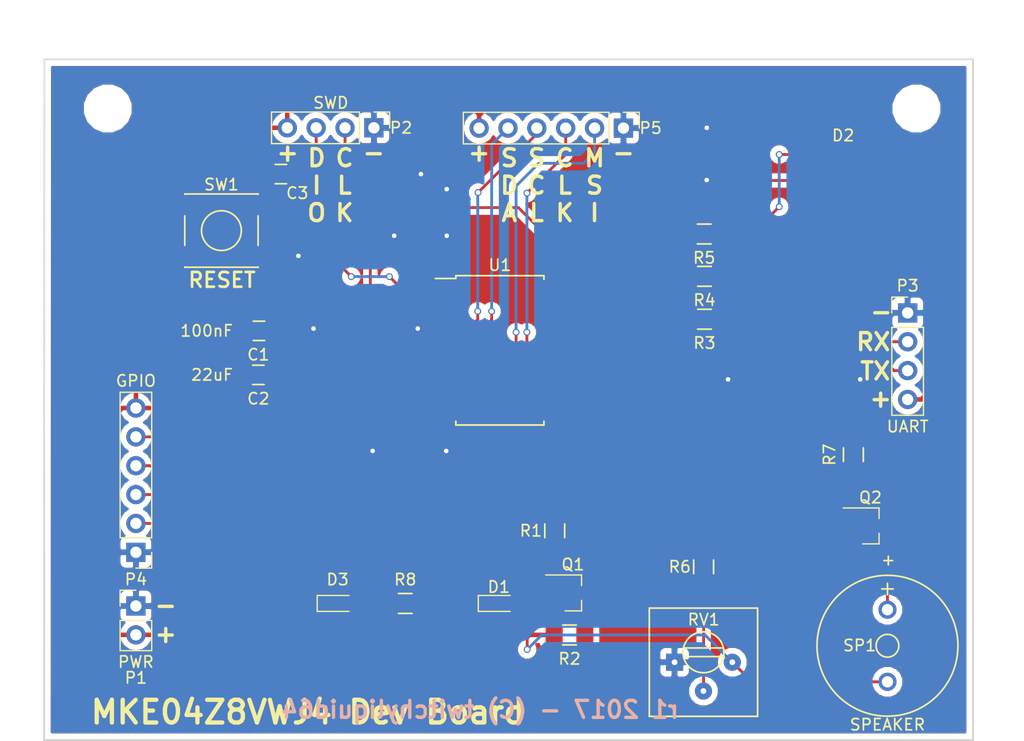
<source format=kicad_pcb>
(kicad_pcb (version 4) (host pcbnew 4.0.4+e1-6308~48~ubuntu16.04.1-stable)

  (general
    (links 57)
    (no_connects 0)
    (area 91.017857 41.325268 181.282143 106.321)
    (thickness 1.6)
    (drawings 24)
    (tracks 241)
    (zones 0)
    (modules 27)
    (nets 31)
  )

  (page A4)
  (layers
    (0 F.Cu signal)
    (31 B.Cu signal)
    (32 B.Adhes user)
    (33 F.Adhes user)
    (34 B.Paste user)
    (35 F.Paste user)
    (36 B.SilkS user)
    (37 F.SilkS user)
    (38 B.Mask user)
    (39 F.Mask user)
    (40 Dwgs.User user)
    (41 Cmts.User user)
    (42 Eco1.User user)
    (43 Eco2.User user)
    (44 Edge.Cuts user)
    (45 Margin user)
    (46 B.CrtYd user)
    (47 F.CrtYd user)
    (48 B.Fab user)
    (49 F.Fab user)
  )

  (setup
    (last_trace_width 0.4)
    (user_trace_width 0.4)
    (trace_clearance 0.2)
    (zone_clearance 0.508)
    (zone_45_only no)
    (trace_min 0.2)
    (segment_width 0.2)
    (edge_width 0.15)
    (via_size 0.6)
    (via_drill 0.4)
    (via_min_size 0.4)
    (via_min_drill 0.3)
    (uvia_size 0.3)
    (uvia_drill 0.1)
    (uvias_allowed no)
    (uvia_min_size 0.2)
    (uvia_min_drill 0.1)
    (pcb_text_width 0.3)
    (pcb_text_size 1.5 1.5)
    (mod_edge_width 0.15)
    (mod_text_size 1 1)
    (mod_text_width 0.15)
    (pad_size 1.524 1.524)
    (pad_drill 0.762)
    (pad_to_mask_clearance 0.2)
    (aux_axis_origin 0 0)
    (visible_elements FFFFFF7F)
    (pcbplotparams
      (layerselection 0x010f0_80000001)
      (usegerberextensions true)
      (excludeedgelayer true)
      (linewidth 0.100000)
      (plotframeref false)
      (viasonmask false)
      (mode 1)
      (useauxorigin false)
      (hpglpennumber 1)
      (hpglpenspeed 20)
      (hpglpendiameter 15)
      (hpglpenoverlay 2)
      (psnegative false)
      (psa4output false)
      (plotreference true)
      (plotvalue true)
      (plotinvisibletext false)
      (padsonsilk false)
      (subtractmaskfromsilk false)
      (outputformat 1)
      (mirror false)
      (drillshape 0)
      (scaleselection 1)
      (outputdirectory output/))
  )

  (net 0 "")
  (net 1 VDD)
  (net 2 GND)
  (net 3 "Net-(D1-Pad2)")
  (net 4 "Net-(D2-Pad2)")
  (net 5 "Net-(D2-Pad4)")
  (net 6 "Net-(D2-Pad3)")
  (net 7 /SWD_CLK)
  (net 8 /SWD_DIO)
  (net 9 /UART_RX)
  (net 10 /UART_TX)
  (net 11 "Net-(Q1-Pad1)")
  (net 12 "Net-(Q1-Pad3)")
  (net 13 "Net-(Q2-Pad1)")
  (net 14 "Net-(R1-Pad2)")
  (net 15 "Net-(R3-Pad2)")
  (net 16 "Net-(R4-Pad2)")
  (net 17 "Net-(R5-Pad2)")
  (net 18 /I2C_SCL)
  (net 19 /I2C_SDA)
  (net 20 "Net-(P4-Pad5)")
  (net 21 "Net-(P4-Pad4)")
  (net 22 "Net-(P4-Pad3)")
  (net 23 "Net-(P4-Pad2)")
  (net 24 /SPI_MOSI)
  (net 25 /SPI_CLK)
  (net 26 /RESET)
  (net 27 "Net-(R6-Pad1)")
  (net 28 "Net-(R6-Pad2)")
  (net 29 "Net-(D3-Pad2)")
  (net 30 "Net-(Q2-Pad3)")

  (net_class Default "This is the default net class."
    (clearance 0.2)
    (trace_width 0.25)
    (via_dia 0.6)
    (via_drill 0.4)
    (uvia_dia 0.3)
    (uvia_drill 0.1)
    (add_net /I2C_SCL)
    (add_net /I2C_SDA)
    (add_net /RESET)
    (add_net /SPI_CLK)
    (add_net /SPI_MOSI)
    (add_net /SWD_CLK)
    (add_net /SWD_DIO)
    (add_net /UART_RX)
    (add_net /UART_TX)
    (add_net GND)
    (add_net "Net-(D1-Pad2)")
    (add_net "Net-(D2-Pad2)")
    (add_net "Net-(D2-Pad3)")
    (add_net "Net-(D2-Pad4)")
    (add_net "Net-(D3-Pad2)")
    (add_net "Net-(P4-Pad2)")
    (add_net "Net-(P4-Pad3)")
    (add_net "Net-(P4-Pad4)")
    (add_net "Net-(P4-Pad5)")
    (add_net "Net-(Q1-Pad1)")
    (add_net "Net-(Q1-Pad3)")
    (add_net "Net-(Q2-Pad1)")
    (add_net "Net-(Q2-Pad3)")
    (add_net "Net-(R1-Pad2)")
    (add_net "Net-(R3-Pad2)")
    (add_net "Net-(R4-Pad2)")
    (add_net "Net-(R5-Pad2)")
    (add_net "Net-(R6-Pad1)")
    (add_net "Net-(R6-Pad2)")
    (add_net VDD)
  )

  (module Resistors_SMD:R_0805_HandSoldering (layer F.Cu) (tedit 58307B90) (tstamp 586E04CC)
    (at 166.175 80.875 90)
    (descr "Resistor SMD 0805, hand soldering")
    (tags "resistor 0805")
    (path /586E1A11)
    (attr smd)
    (fp_text reference R7 (at 0 -2.1 90) (layer F.SilkS)
      (effects (font (size 1 1) (thickness 0.15)))
    )
    (fp_text value 0R (at 0 2.1 90) (layer F.Fab)
      (effects (font (size 1 1) (thickness 0.15)))
    )
    (fp_line (start -1 0.625) (end -1 -0.625) (layer F.Fab) (width 0.1))
    (fp_line (start 1 0.625) (end -1 0.625) (layer F.Fab) (width 0.1))
    (fp_line (start 1 -0.625) (end 1 0.625) (layer F.Fab) (width 0.1))
    (fp_line (start -1 -0.625) (end 1 -0.625) (layer F.Fab) (width 0.1))
    (fp_line (start -2.4 -1) (end 2.4 -1) (layer F.CrtYd) (width 0.05))
    (fp_line (start -2.4 1) (end 2.4 1) (layer F.CrtYd) (width 0.05))
    (fp_line (start -2.4 -1) (end -2.4 1) (layer F.CrtYd) (width 0.05))
    (fp_line (start 2.4 -1) (end 2.4 1) (layer F.CrtYd) (width 0.05))
    (fp_line (start 0.6 0.875) (end -0.6 0.875) (layer F.SilkS) (width 0.15))
    (fp_line (start -0.6 -0.875) (end 0.6 -0.875) (layer F.SilkS) (width 0.15))
    (pad 1 smd rect (at -1.35 0 90) (size 1.5 1.3) (layers F.Cu F.Paste F.Mask)
      (net 13 "Net-(Q2-Pad1)"))
    (pad 2 smd rect (at 1.35 0 90) (size 1.5 1.3) (layers F.Cu F.Paste F.Mask)
      (net 28 "Net-(R6-Pad2)"))
    (model Resistors_SMD.3dshapes/R_0805_HandSoldering.wrl
      (at (xyz 0 0 0))
      (scale (xyz 1 1 1))
      (rotate (xyz 0 0 0))
    )
  )

  (module Capacitors_SMD:C_0805_HandSoldering (layer F.Cu) (tedit 586E0226) (tstamp 586A2199)
    (at 113.875 69.975 180)
    (descr "Capacitor SMD 0805, hand soldering")
    (tags "capacitor 0805")
    (path /58691547)
    (attr smd)
    (fp_text reference C1 (at 0.05 -2.1 180) (layer F.SilkS)
      (effects (font (size 1 1) (thickness 0.15)))
    )
    (fp_text value 100nF (at 4.60119 0 180) (layer F.SilkS)
      (effects (font (size 1 1) (thickness 0.15)))
    )
    (fp_line (start -1 0.625) (end -1 -0.625) (layer F.Fab) (width 0.15))
    (fp_line (start 1 0.625) (end -1 0.625) (layer F.Fab) (width 0.15))
    (fp_line (start 1 -0.625) (end 1 0.625) (layer F.Fab) (width 0.15))
    (fp_line (start -1 -0.625) (end 1 -0.625) (layer F.Fab) (width 0.15))
    (fp_line (start -2.3 -1) (end 2.3 -1) (layer F.CrtYd) (width 0.05))
    (fp_line (start -2.3 1) (end 2.3 1) (layer F.CrtYd) (width 0.05))
    (fp_line (start -2.3 -1) (end -2.3 1) (layer F.CrtYd) (width 0.05))
    (fp_line (start 2.3 -1) (end 2.3 1) (layer F.CrtYd) (width 0.05))
    (fp_line (start 0.5 -0.85) (end -0.5 -0.85) (layer F.SilkS) (width 0.15))
    (fp_line (start -0.5 0.85) (end 0.5 0.85) (layer F.SilkS) (width 0.15))
    (pad 1 smd rect (at -1.25 0 180) (size 1.5 1.25) (layers F.Cu F.Paste F.Mask)
      (net 1 VDD))
    (pad 2 smd rect (at 1.25 0 180) (size 1.5 1.25) (layers F.Cu F.Paste F.Mask)
      (net 2 GND))
    (model Capacitors_SMD.3dshapes/C_0805_HandSoldering.wrl
      (at (xyz 0 0 0))
      (scale (xyz 1 1 1))
      (rotate (xyz 0 0 0))
    )
  )

  (module Capacitors_SMD:C_0805_HandSoldering (layer F.Cu) (tedit 586E022B) (tstamp 586A21A9)
    (at 113.825 73.85 180)
    (descr "Capacitor SMD 0805, hand soldering")
    (tags "capacitor 0805")
    (path /586914D0)
    (attr smd)
    (fp_text reference C2 (at 0 -2.1 180) (layer F.SilkS)
      (effects (font (size 1 1) (thickness 0.15)))
    )
    (fp_text value 22uF (at 4.075 0 180) (layer F.SilkS)
      (effects (font (size 1 1) (thickness 0.15)))
    )
    (fp_line (start -1 0.625) (end -1 -0.625) (layer F.Fab) (width 0.15))
    (fp_line (start 1 0.625) (end -1 0.625) (layer F.Fab) (width 0.15))
    (fp_line (start 1 -0.625) (end 1 0.625) (layer F.Fab) (width 0.15))
    (fp_line (start -1 -0.625) (end 1 -0.625) (layer F.Fab) (width 0.15))
    (fp_line (start -2.3 -1) (end 2.3 -1) (layer F.CrtYd) (width 0.05))
    (fp_line (start -2.3 1) (end 2.3 1) (layer F.CrtYd) (width 0.05))
    (fp_line (start -2.3 -1) (end -2.3 1) (layer F.CrtYd) (width 0.05))
    (fp_line (start 2.3 -1) (end 2.3 1) (layer F.CrtYd) (width 0.05))
    (fp_line (start 0.5 -0.85) (end -0.5 -0.85) (layer F.SilkS) (width 0.15))
    (fp_line (start -0.5 0.85) (end 0.5 0.85) (layer F.SilkS) (width 0.15))
    (pad 1 smd rect (at -1.25 0 180) (size 1.5 1.25) (layers F.Cu F.Paste F.Mask)
      (net 1 VDD))
    (pad 2 smd rect (at 1.25 0 180) (size 1.5 1.25) (layers F.Cu F.Paste F.Mask)
      (net 2 GND))
    (model Capacitors_SMD.3dshapes/C_0805_HandSoldering.wrl
      (at (xyz 0 0 0))
      (scale (xyz 1 1 1))
      (rotate (xyz 0 0 0))
    )
  )

  (module LEDs:LED_0805 (layer F.Cu) (tedit 57FE93EC) (tstamp 586A21BE)
    (at 134.975 93.975)
    (descr "LED 0805 smd package")
    (tags "LED led 0805 SMD smd SMT smt smdled SMDLED smtled SMTLED")
    (path /58692109)
    (attr smd)
    (fp_text reference D1 (at 0 -1.45) (layer F.SilkS)
      (effects (font (size 1 1) (thickness 0.15)))
    )
    (fp_text value LED (at 0 1.55) (layer F.Fab)
      (effects (font (size 1 1) (thickness 0.15)))
    )
    (fp_line (start -1.8 -0.7) (end -1.8 0.7) (layer F.SilkS) (width 0.12))
    (fp_line (start -0.4 -0.4) (end -0.4 0.4) (layer F.Fab) (width 0.1))
    (fp_line (start -0.4 0) (end 0.2 -0.4) (layer F.Fab) (width 0.1))
    (fp_line (start 0.2 0.4) (end -0.4 0) (layer F.Fab) (width 0.1))
    (fp_line (start 0.2 -0.4) (end 0.2 0.4) (layer F.Fab) (width 0.1))
    (fp_line (start 1 0.6) (end -1 0.6) (layer F.Fab) (width 0.1))
    (fp_line (start 1 -0.6) (end 1 0.6) (layer F.Fab) (width 0.1))
    (fp_line (start -1 -0.6) (end 1 -0.6) (layer F.Fab) (width 0.1))
    (fp_line (start -1 0.6) (end -1 -0.6) (layer F.Fab) (width 0.1))
    (fp_line (start -1.8 0.7) (end 1 0.7) (layer F.SilkS) (width 0.12))
    (fp_line (start -1.8 -0.7) (end 1 -0.7) (layer F.SilkS) (width 0.12))
    (fp_line (start 1.95 -0.85) (end 1.95 0.85) (layer F.CrtYd) (width 0.05))
    (fp_line (start 1.95 0.85) (end -1.95 0.85) (layer F.CrtYd) (width 0.05))
    (fp_line (start -1.95 0.85) (end -1.95 -0.85) (layer F.CrtYd) (width 0.05))
    (fp_line (start -1.95 -0.85) (end 1.95 -0.85) (layer F.CrtYd) (width 0.05))
    (pad 2 smd rect (at 1.1 0 180) (size 1.2 1.2) (layers F.Cu F.Paste F.Mask)
      (net 3 "Net-(D1-Pad2)"))
    (pad 1 smd rect (at -1.1 0 180) (size 1.2 1.2) (layers F.Cu F.Paste F.Mask)
      (net 2 GND))
    (model LEDs.3dshapes/LED_0805.wrl
      (at (xyz 0 0 0))
      (scale (xyz 1 1 1))
      (rotate (xyz 0 0 180))
    )
  )

  (module esp12-prog:4PLED+ (layer F.Cu) (tedit 582C37CF) (tstamp 586A21C6)
    (at 165.275 55.575)
    (path /58691BAA)
    (fp_text reference D2 (at 0 -2.8) (layer F.SilkS)
      (effects (font (size 1 1) (thickness 0.15)))
    )
    (fp_text value Led_RGB_CA (at 0 2.8) (layer F.Fab)
      (effects (font (size 1 1) (thickness 0.15)))
    )
    (pad 1 smd rect (at 2.05 -1.162) (size 2.5 1.524) (layers F.Cu F.Paste F.Mask)
      (net 1 VDD))
    (pad 2 smd rect (at 2.05 1.162) (size 2.5 1.524) (layers F.Cu F.Paste F.Mask)
      (net 4 "Net-(D2-Pad2)"))
    (pad 4 smd rect (at -2 1.162) (size 2.5 1.524) (layers F.Cu F.Paste F.Mask)
      (net 5 "Net-(D2-Pad4)"))
    (pad 3 smd rect (at -2.05 -1.162) (size 2.5 1.524) (layers F.Cu F.Paste F.Mask)
      (net 6 "Net-(D2-Pad3)"))
  )

  (module Pin_Headers:Pin_Header_Straight_1x02_Pitch2.54mm (layer F.Cu) (tedit 586DFAF5) (tstamp 586A21DA)
    (at 103.05 94.2)
    (descr "Through hole straight pin header, 1x02, 2.54mm pitch, single row")
    (tags "Through hole pin header THT 1x02 2.54mm single row")
    (path /586A25A0)
    (fp_text reference P1 (at 0 6.325) (layer F.SilkS)
      (effects (font (size 1 1) (thickness 0.15)))
    )
    (fp_text value PWR (at 0 4.93) (layer F.SilkS)
      (effects (font (size 1 1) (thickness 0.15)))
    )
    (fp_line (start -1.27 -1.27) (end -1.27 3.81) (layer F.Fab) (width 0.1))
    (fp_line (start -1.27 3.81) (end 1.27 3.81) (layer F.Fab) (width 0.1))
    (fp_line (start 1.27 3.81) (end 1.27 -1.27) (layer F.Fab) (width 0.1))
    (fp_line (start 1.27 -1.27) (end -1.27 -1.27) (layer F.Fab) (width 0.1))
    (fp_line (start -1.39 1.27) (end -1.39 3.93) (layer F.SilkS) (width 0.12))
    (fp_line (start -1.39 3.93) (end 1.39 3.93) (layer F.SilkS) (width 0.12))
    (fp_line (start 1.39 3.93) (end 1.39 1.27) (layer F.SilkS) (width 0.12))
    (fp_line (start 1.39 1.27) (end -1.39 1.27) (layer F.SilkS) (width 0.12))
    (fp_line (start -1.39 0) (end -1.39 -1.39) (layer F.SilkS) (width 0.12))
    (fp_line (start -1.39 -1.39) (end 0 -1.39) (layer F.SilkS) (width 0.12))
    (fp_line (start -1.6 -1.6) (end -1.6 4.1) (layer F.CrtYd) (width 0.05))
    (fp_line (start -1.6 4.1) (end 1.6 4.1) (layer F.CrtYd) (width 0.05))
    (fp_line (start 1.6 4.1) (end 1.6 -1.6) (layer F.CrtYd) (width 0.05))
    (fp_line (start 1.6 -1.6) (end -1.6 -1.6) (layer F.CrtYd) (width 0.05))
    (pad 1 thru_hole rect (at 0 0) (size 1.7 1.7) (drill 1) (layers *.Cu *.Mask)
      (net 2 GND))
    (pad 2 thru_hole oval (at 0 2.54) (size 1.7 1.7) (drill 1) (layers *.Cu *.Mask)
      (net 1 VDD))
    (model Pin_Headers.3dshapes/Pin_Header_Straight_1x02_Pitch2.54mm.wrl
      (at (xyz 0 -0.05 0))
      (scale (xyz 1 1 1))
      (rotate (xyz 0 0 90))
    )
  )

  (module Pin_Headers:Pin_Header_Straight_1x04_Pitch2.54mm (layer F.Cu) (tedit 586DFFDF) (tstamp 586A21F0)
    (at 123.99 52.1 270)
    (descr "Through hole straight pin header, 1x04, 2.54mm pitch, single row")
    (tags "Through hole pin header THT 1x04 2.54mm single row")
    (path /586A27FF)
    (fp_text reference P2 (at 0 -2.39 360) (layer F.SilkS)
      (effects (font (size 1 1) (thickness 0.15)))
    )
    (fp_text value SWD (at -2.2 3.79 360) (layer F.SilkS)
      (effects (font (size 1 1) (thickness 0.15)))
    )
    (fp_line (start -1.27 -1.27) (end -1.27 8.89) (layer F.Fab) (width 0.1))
    (fp_line (start -1.27 8.89) (end 1.27 8.89) (layer F.Fab) (width 0.1))
    (fp_line (start 1.27 8.89) (end 1.27 -1.27) (layer F.Fab) (width 0.1))
    (fp_line (start 1.27 -1.27) (end -1.27 -1.27) (layer F.Fab) (width 0.1))
    (fp_line (start -1.39 1.27) (end -1.39 9.01) (layer F.SilkS) (width 0.12))
    (fp_line (start -1.39 9.01) (end 1.39 9.01) (layer F.SilkS) (width 0.12))
    (fp_line (start 1.39 9.01) (end 1.39 1.27) (layer F.SilkS) (width 0.12))
    (fp_line (start 1.39 1.27) (end -1.39 1.27) (layer F.SilkS) (width 0.12))
    (fp_line (start -1.39 0) (end -1.39 -1.39) (layer F.SilkS) (width 0.12))
    (fp_line (start -1.39 -1.39) (end 0 -1.39) (layer F.SilkS) (width 0.12))
    (fp_line (start -1.6 -1.6) (end -1.6 9.2) (layer F.CrtYd) (width 0.05))
    (fp_line (start -1.6 9.2) (end 1.6 9.2) (layer F.CrtYd) (width 0.05))
    (fp_line (start 1.6 9.2) (end 1.6 -1.6) (layer F.CrtYd) (width 0.05))
    (fp_line (start 1.6 -1.6) (end -1.6 -1.6) (layer F.CrtYd) (width 0.05))
    (pad 1 thru_hole rect (at 0 0 270) (size 1.7 1.7) (drill 1) (layers *.Cu *.Mask)
      (net 2 GND))
    (pad 2 thru_hole oval (at 0 2.54 270) (size 1.7 1.7) (drill 1) (layers *.Cu *.Mask)
      (net 7 /SWD_CLK))
    (pad 3 thru_hole oval (at 0 5.08 270) (size 1.7 1.7) (drill 1) (layers *.Cu *.Mask)
      (net 8 /SWD_DIO))
    (pad 4 thru_hole oval (at 0 7.62 270) (size 1.7 1.7) (drill 1) (layers *.Cu *.Mask)
      (net 1 VDD))
    (model Pin_Headers.3dshapes/Pin_Header_Straight_1x04_Pitch2.54mm.wrl
      (at (xyz 0 -0.15 0))
      (scale (xyz 1 1 1))
      (rotate (xyz 0 0 90))
    )
  )

  (module Pin_Headers:Pin_Header_Straight_1x04_Pitch2.54mm (layer F.Cu) (tedit 586E01A1) (tstamp 586A2206)
    (at 170.95 68.395)
    (descr "Through hole straight pin header, 1x04, 2.54mm pitch, single row")
    (tags "Through hole pin header THT 1x04 2.54mm single row")
    (path /586A2C75)
    (fp_text reference P3 (at 0 -2.39) (layer F.SilkS)
      (effects (font (size 1 1) (thickness 0.15)))
    )
    (fp_text value UART (at 0 10.01) (layer F.SilkS)
      (effects (font (size 1 1) (thickness 0.15)))
    )
    (fp_line (start -1.27 -1.27) (end -1.27 8.89) (layer F.Fab) (width 0.1))
    (fp_line (start -1.27 8.89) (end 1.27 8.89) (layer F.Fab) (width 0.1))
    (fp_line (start 1.27 8.89) (end 1.27 -1.27) (layer F.Fab) (width 0.1))
    (fp_line (start 1.27 -1.27) (end -1.27 -1.27) (layer F.Fab) (width 0.1))
    (fp_line (start -1.39 1.27) (end -1.39 9.01) (layer F.SilkS) (width 0.12))
    (fp_line (start -1.39 9.01) (end 1.39 9.01) (layer F.SilkS) (width 0.12))
    (fp_line (start 1.39 9.01) (end 1.39 1.27) (layer F.SilkS) (width 0.12))
    (fp_line (start 1.39 1.27) (end -1.39 1.27) (layer F.SilkS) (width 0.12))
    (fp_line (start -1.39 0) (end -1.39 -1.39) (layer F.SilkS) (width 0.12))
    (fp_line (start -1.39 -1.39) (end 0 -1.39) (layer F.SilkS) (width 0.12))
    (fp_line (start -1.6 -1.6) (end -1.6 9.2) (layer F.CrtYd) (width 0.05))
    (fp_line (start -1.6 9.2) (end 1.6 9.2) (layer F.CrtYd) (width 0.05))
    (fp_line (start 1.6 9.2) (end 1.6 -1.6) (layer F.CrtYd) (width 0.05))
    (fp_line (start 1.6 -1.6) (end -1.6 -1.6) (layer F.CrtYd) (width 0.05))
    (pad 1 thru_hole rect (at 0 0) (size 1.7 1.7) (drill 1) (layers *.Cu *.Mask)
      (net 2 GND))
    (pad 2 thru_hole oval (at 0 2.54) (size 1.7 1.7) (drill 1) (layers *.Cu *.Mask)
      (net 9 /UART_RX))
    (pad 3 thru_hole oval (at 0 5.08) (size 1.7 1.7) (drill 1) (layers *.Cu *.Mask)
      (net 10 /UART_TX))
    (pad 4 thru_hole oval (at 0 7.62) (size 1.7 1.7) (drill 1) (layers *.Cu *.Mask)
      (net 1 VDD))
    (model Pin_Headers.3dshapes/Pin_Header_Straight_1x04_Pitch2.54mm.wrl
      (at (xyz 0 -0.15 0))
      (scale (xyz 1 1 1))
      (rotate (xyz 0 0 90))
    )
  )

  (module TO_SOT_Packages_SMD:SOT-23_Handsoldering (layer F.Cu) (tedit 583F3954) (tstamp 586A2219)
    (at 141.5 93.05)
    (descr "SOT-23, Handsoldering")
    (tags SOT-23)
    (path /58692005)
    (attr smd)
    (fp_text reference Q1 (at 0 -2.5) (layer F.SilkS)
      (effects (font (size 1 1) (thickness 0.15)))
    )
    (fp_text value Q_NPN_BCE (at 0 2.5) (layer F.Fab)
      (effects (font (size 1 1) (thickness 0.15)))
    )
    (fp_line (start 0.76 1.58) (end 0.76 0.65) (layer F.SilkS) (width 0.12))
    (fp_line (start 0.76 -1.58) (end 0.76 -0.65) (layer F.SilkS) (width 0.12))
    (fp_line (start 0.7 -1.52) (end 0.7 1.52) (layer F.Fab) (width 0.15))
    (fp_line (start -0.7 1.52) (end 0.7 1.52) (layer F.Fab) (width 0.15))
    (fp_line (start -2.7 -1.75) (end 2.7 -1.75) (layer F.CrtYd) (width 0.05))
    (fp_line (start 2.7 -1.75) (end 2.7 1.75) (layer F.CrtYd) (width 0.05))
    (fp_line (start 2.7 1.75) (end -2.7 1.75) (layer F.CrtYd) (width 0.05))
    (fp_line (start -2.7 1.75) (end -2.7 -1.75) (layer F.CrtYd) (width 0.05))
    (fp_line (start 0.76 -1.58) (end -2.4 -1.58) (layer F.SilkS) (width 0.12))
    (fp_line (start -0.7 -1.52) (end 0.7 -1.52) (layer F.Fab) (width 0.15))
    (fp_line (start -0.7 -1.52) (end -0.7 1.52) (layer F.Fab) (width 0.15))
    (fp_line (start 0.76 1.58) (end -0.7 1.58) (layer F.SilkS) (width 0.12))
    (pad 1 smd rect (at -1.5 -0.95) (size 1.9 0.8) (layers F.Cu F.Paste F.Mask)
      (net 11 "Net-(Q1-Pad1)"))
    (pad 2 smd rect (at -1.5 0.95) (size 1.9 0.8) (layers F.Cu F.Paste F.Mask)
      (net 3 "Net-(D1-Pad2)"))
    (pad 3 smd rect (at 1.5 0) (size 1.9 0.8) (layers F.Cu F.Paste F.Mask)
      (net 12 "Net-(Q1-Pad3)"))
    (model TO_SOT_Packages_SMD.3dshapes/SOT-23.wrl
      (at (xyz 0 0 0))
      (scale (xyz 1 1 1))
      (rotate (xyz 0 0 90))
    )
  )

  (module TO_SOT_Packages_SMD:SOT-23_Handsoldering (layer F.Cu) (tedit 583F3954) (tstamp 586A222C)
    (at 167.675 87.15)
    (descr "SOT-23, Handsoldering")
    (tags SOT-23)
    (path /586939D0)
    (attr smd)
    (fp_text reference Q2 (at 0 -2.5) (layer F.SilkS)
      (effects (font (size 1 1) (thickness 0.15)))
    )
    (fp_text value Q_NMOS_GSD (at 0 2.5) (layer F.Fab)
      (effects (font (size 1 1) (thickness 0.15)))
    )
    (fp_line (start 0.76 1.58) (end 0.76 0.65) (layer F.SilkS) (width 0.12))
    (fp_line (start 0.76 -1.58) (end 0.76 -0.65) (layer F.SilkS) (width 0.12))
    (fp_line (start 0.7 -1.52) (end 0.7 1.52) (layer F.Fab) (width 0.15))
    (fp_line (start -0.7 1.52) (end 0.7 1.52) (layer F.Fab) (width 0.15))
    (fp_line (start -2.7 -1.75) (end 2.7 -1.75) (layer F.CrtYd) (width 0.05))
    (fp_line (start 2.7 -1.75) (end 2.7 1.75) (layer F.CrtYd) (width 0.05))
    (fp_line (start 2.7 1.75) (end -2.7 1.75) (layer F.CrtYd) (width 0.05))
    (fp_line (start -2.7 1.75) (end -2.7 -1.75) (layer F.CrtYd) (width 0.05))
    (fp_line (start 0.76 -1.58) (end -2.4 -1.58) (layer F.SilkS) (width 0.12))
    (fp_line (start -0.7 -1.52) (end 0.7 -1.52) (layer F.Fab) (width 0.15))
    (fp_line (start -0.7 -1.52) (end -0.7 1.52) (layer F.Fab) (width 0.15))
    (fp_line (start 0.76 1.58) (end -0.7 1.58) (layer F.SilkS) (width 0.12))
    (pad 1 smd rect (at -1.5 -0.95) (size 1.9 0.8) (layers F.Cu F.Paste F.Mask)
      (net 13 "Net-(Q2-Pad1)"))
    (pad 2 smd rect (at -1.5 0.95) (size 1.9 0.8) (layers F.Cu F.Paste F.Mask)
      (net 2 GND))
    (pad 3 smd rect (at 1.5 0) (size 1.9 0.8) (layers F.Cu F.Paste F.Mask)
      (net 30 "Net-(Q2-Pad3)"))
    (model TO_SOT_Packages_SMD.3dshapes/SOT-23.wrl
      (at (xyz 0 0 0))
      (scale (xyz 1 1 1))
      (rotate (xyz 0 0 90))
    )
  )

  (module Resistors_SMD:R_0805_HandSoldering (layer F.Cu) (tedit 58307B90) (tstamp 586A223C)
    (at 139.9 87.575 90)
    (descr "Resistor SMD 0805, hand soldering")
    (tags "resistor 0805")
    (path /586920B0)
    (attr smd)
    (fp_text reference R1 (at 0 -2.1 180) (layer F.SilkS)
      (effects (font (size 1 1) (thickness 0.15)))
    )
    (fp_text value 10K (at 0 2.1 90) (layer F.Fab)
      (effects (font (size 1 1) (thickness 0.15)))
    )
    (fp_line (start -1 0.625) (end -1 -0.625) (layer F.Fab) (width 0.1))
    (fp_line (start 1 0.625) (end -1 0.625) (layer F.Fab) (width 0.1))
    (fp_line (start 1 -0.625) (end 1 0.625) (layer F.Fab) (width 0.1))
    (fp_line (start -1 -0.625) (end 1 -0.625) (layer F.Fab) (width 0.1))
    (fp_line (start -2.4 -1) (end 2.4 -1) (layer F.CrtYd) (width 0.05))
    (fp_line (start -2.4 1) (end 2.4 1) (layer F.CrtYd) (width 0.05))
    (fp_line (start -2.4 -1) (end -2.4 1) (layer F.CrtYd) (width 0.05))
    (fp_line (start 2.4 -1) (end 2.4 1) (layer F.CrtYd) (width 0.05))
    (fp_line (start 0.6 0.875) (end -0.6 0.875) (layer F.SilkS) (width 0.15))
    (fp_line (start -0.6 -0.875) (end 0.6 -0.875) (layer F.SilkS) (width 0.15))
    (pad 1 smd rect (at -1.35 0 90) (size 1.5 1.3) (layers F.Cu F.Paste F.Mask)
      (net 11 "Net-(Q1-Pad1)"))
    (pad 2 smd rect (at 1.35 0 90) (size 1.5 1.3) (layers F.Cu F.Paste F.Mask)
      (net 14 "Net-(R1-Pad2)"))
    (model Resistors_SMD.3dshapes/R_0805_HandSoldering.wrl
      (at (xyz 0 0 0))
      (scale (xyz 1 1 1))
      (rotate (xyz 0 0 0))
    )
  )

  (module Resistors_SMD:R_0805_HandSoldering (layer F.Cu) (tedit 58307B90) (tstamp 586A224C)
    (at 141.2 96.75 180)
    (descr "Resistor SMD 0805, hand soldering")
    (tags "resistor 0805")
    (path /58692610)
    (attr smd)
    (fp_text reference R2 (at 0 -2.1 180) (layer F.SilkS)
      (effects (font (size 1 1) (thickness 0.15)))
    )
    (fp_text value 500R (at 0 2.1 180) (layer F.Fab)
      (effects (font (size 1 1) (thickness 0.15)))
    )
    (fp_line (start -1 0.625) (end -1 -0.625) (layer F.Fab) (width 0.1))
    (fp_line (start 1 0.625) (end -1 0.625) (layer F.Fab) (width 0.1))
    (fp_line (start 1 -0.625) (end 1 0.625) (layer F.Fab) (width 0.1))
    (fp_line (start -1 -0.625) (end 1 -0.625) (layer F.Fab) (width 0.1))
    (fp_line (start -2.4 -1) (end 2.4 -1) (layer F.CrtYd) (width 0.05))
    (fp_line (start -2.4 1) (end 2.4 1) (layer F.CrtYd) (width 0.05))
    (fp_line (start -2.4 -1) (end -2.4 1) (layer F.CrtYd) (width 0.05))
    (fp_line (start 2.4 -1) (end 2.4 1) (layer F.CrtYd) (width 0.05))
    (fp_line (start 0.6 0.875) (end -0.6 0.875) (layer F.SilkS) (width 0.15))
    (fp_line (start -0.6 -0.875) (end 0.6 -0.875) (layer F.SilkS) (width 0.15))
    (pad 1 smd rect (at -1.35 0 180) (size 1.5 1.3) (layers F.Cu F.Paste F.Mask)
      (net 12 "Net-(Q1-Pad3)"))
    (pad 2 smd rect (at 1.35 0 180) (size 1.5 1.3) (layers F.Cu F.Paste F.Mask)
      (net 1 VDD))
    (model Resistors_SMD.3dshapes/R_0805_HandSoldering.wrl
      (at (xyz 0 0 0))
      (scale (xyz 1 1 1))
      (rotate (xyz 0 0 0))
    )
  )

  (module Resistors_SMD:R_0805_HandSoldering (layer F.Cu) (tedit 58307B90) (tstamp 586A225C)
    (at 153.075 68.95 180)
    (descr "Resistor SMD 0805, hand soldering")
    (tags "resistor 0805")
    (path /58691C4D)
    (attr smd)
    (fp_text reference R3 (at 0 -2.1 180) (layer F.SilkS)
      (effects (font (size 1 1) (thickness 0.15)))
    )
    (fp_text value 1K (at 0 2.1 180) (layer F.Fab)
      (effects (font (size 1 1) (thickness 0.15)))
    )
    (fp_line (start -1 0.625) (end -1 -0.625) (layer F.Fab) (width 0.1))
    (fp_line (start 1 0.625) (end -1 0.625) (layer F.Fab) (width 0.1))
    (fp_line (start 1 -0.625) (end 1 0.625) (layer F.Fab) (width 0.1))
    (fp_line (start -1 -0.625) (end 1 -0.625) (layer F.Fab) (width 0.1))
    (fp_line (start -2.4 -1) (end 2.4 -1) (layer F.CrtYd) (width 0.05))
    (fp_line (start -2.4 1) (end 2.4 1) (layer F.CrtYd) (width 0.05))
    (fp_line (start -2.4 -1) (end -2.4 1) (layer F.CrtYd) (width 0.05))
    (fp_line (start 2.4 -1) (end 2.4 1) (layer F.CrtYd) (width 0.05))
    (fp_line (start 0.6 0.875) (end -0.6 0.875) (layer F.SilkS) (width 0.15))
    (fp_line (start -0.6 -0.875) (end 0.6 -0.875) (layer F.SilkS) (width 0.15))
    (pad 1 smd rect (at -1.35 0 180) (size 1.5 1.3) (layers F.Cu F.Paste F.Mask)
      (net 4 "Net-(D2-Pad2)"))
    (pad 2 smd rect (at 1.35 0 180) (size 1.5 1.3) (layers F.Cu F.Paste F.Mask)
      (net 15 "Net-(R3-Pad2)"))
    (model Resistors_SMD.3dshapes/R_0805_HandSoldering.wrl
      (at (xyz 0 0 0))
      (scale (xyz 1 1 1))
      (rotate (xyz 0 0 0))
    )
  )

  (module Resistors_SMD:R_0805_HandSoldering (layer F.Cu) (tedit 58307B90) (tstamp 586A226C)
    (at 153.075 65.175 180)
    (descr "Resistor SMD 0805, hand soldering")
    (tags "resistor 0805")
    (path /58691CBC)
    (attr smd)
    (fp_text reference R4 (at 0 -2.1 180) (layer F.SilkS)
      (effects (font (size 1 1) (thickness 0.15)))
    )
    (fp_text value 1K (at 0 2.1 180) (layer F.Fab)
      (effects (font (size 1 1) (thickness 0.15)))
    )
    (fp_line (start -1 0.625) (end -1 -0.625) (layer F.Fab) (width 0.1))
    (fp_line (start 1 0.625) (end -1 0.625) (layer F.Fab) (width 0.1))
    (fp_line (start 1 -0.625) (end 1 0.625) (layer F.Fab) (width 0.1))
    (fp_line (start -1 -0.625) (end 1 -0.625) (layer F.Fab) (width 0.1))
    (fp_line (start -2.4 -1) (end 2.4 -1) (layer F.CrtYd) (width 0.05))
    (fp_line (start -2.4 1) (end 2.4 1) (layer F.CrtYd) (width 0.05))
    (fp_line (start -2.4 -1) (end -2.4 1) (layer F.CrtYd) (width 0.05))
    (fp_line (start 2.4 -1) (end 2.4 1) (layer F.CrtYd) (width 0.05))
    (fp_line (start 0.6 0.875) (end -0.6 0.875) (layer F.SilkS) (width 0.15))
    (fp_line (start -0.6 -0.875) (end 0.6 -0.875) (layer F.SilkS) (width 0.15))
    (pad 1 smd rect (at -1.35 0 180) (size 1.5 1.3) (layers F.Cu F.Paste F.Mask)
      (net 6 "Net-(D2-Pad3)"))
    (pad 2 smd rect (at 1.35 0 180) (size 1.5 1.3) (layers F.Cu F.Paste F.Mask)
      (net 16 "Net-(R4-Pad2)"))
    (model Resistors_SMD.3dshapes/R_0805_HandSoldering.wrl
      (at (xyz 0 0 0))
      (scale (xyz 1 1 1))
      (rotate (xyz 0 0 0))
    )
  )

  (module Resistors_SMD:R_0805_HandSoldering (layer F.Cu) (tedit 58307B90) (tstamp 586A227C)
    (at 153.05 61.45 180)
    (descr "Resistor SMD 0805, hand soldering")
    (tags "resistor 0805")
    (path /58691CE6)
    (attr smd)
    (fp_text reference R5 (at 0 -2.1 180) (layer F.SilkS)
      (effects (font (size 1 1) (thickness 0.15)))
    )
    (fp_text value 1K (at 0 2.1 180) (layer F.Fab)
      (effects (font (size 1 1) (thickness 0.15)))
    )
    (fp_line (start -1 0.625) (end -1 -0.625) (layer F.Fab) (width 0.1))
    (fp_line (start 1 0.625) (end -1 0.625) (layer F.Fab) (width 0.1))
    (fp_line (start 1 -0.625) (end 1 0.625) (layer F.Fab) (width 0.1))
    (fp_line (start -1 -0.625) (end 1 -0.625) (layer F.Fab) (width 0.1))
    (fp_line (start -2.4 -1) (end 2.4 -1) (layer F.CrtYd) (width 0.05))
    (fp_line (start -2.4 1) (end 2.4 1) (layer F.CrtYd) (width 0.05))
    (fp_line (start -2.4 -1) (end -2.4 1) (layer F.CrtYd) (width 0.05))
    (fp_line (start 2.4 -1) (end 2.4 1) (layer F.CrtYd) (width 0.05))
    (fp_line (start 0.6 0.875) (end -0.6 0.875) (layer F.SilkS) (width 0.15))
    (fp_line (start -0.6 -0.875) (end 0.6 -0.875) (layer F.SilkS) (width 0.15))
    (pad 1 smd rect (at -1.35 0 180) (size 1.5 1.3) (layers F.Cu F.Paste F.Mask)
      (net 5 "Net-(D2-Pad4)"))
    (pad 2 smd rect (at 1.35 0 180) (size 1.5 1.3) (layers F.Cu F.Paste F.Mask)
      (net 17 "Net-(R5-Pad2)"))
    (model Resistors_SMD.3dshapes/R_0805_HandSoldering.wrl
      (at (xyz 0 0 0))
      (scale (xyz 1 1 1))
      (rotate (xyz 0 0 0))
    )
  )

  (module Buzzers_Beepers:MagneticBuzzer_ProSignal_ABT-410-RC (layer F.Cu) (tedit 586E0172) (tstamp 586A2287)
    (at 169.175 100.875 90)
    (descr "Buzzer, Elektromagnetic Beeper, Summer, 1,5V-DC,")
    (tags "Pro Signal, ABT-410-RC,")
    (path /58693B8D)
    (fp_text reference SP1 (at 3.2 -2.45 180) (layer F.SilkS)
      (effects (font (size 1 1) (thickness 0.15)))
    )
    (fp_text value SPEAKER (at -3.775 0 180) (layer F.SilkS)
      (effects (font (size 1 1) (thickness 0.15)))
    )
    (fp_line (start 8.17626 -0.50038) (end 8.17626 0.50038) (layer F.SilkS) (width 0.15))
    (fp_line (start 7.67588 0) (end 8.6741 0) (layer F.SilkS) (width 0.15))
    (fp_circle (center 3.175 0) (end 4.17576 0) (layer F.SilkS) (width 0.15))
    (fp_text user + (at 10.67562 0 90) (layer F.SilkS)
      (effects (font (size 1 1) (thickness 0.15)))
    )
    (fp_circle (center 3.175 0) (end 9.37514 0) (layer F.SilkS) (width 0.15))
    (pad 1 thru_hole circle (at 0 0 90) (size 1.6002 1.6002) (drill 1.00076) (layers *.Cu *.Mask)
      (net 1 VDD))
    (pad 2 thru_hole circle (at 6.35 0 90) (size 1.6002 1.6002) (drill 1.00076) (layers *.Cu *.Mask)
      (net 30 "Net-(Q2-Pad3)"))
    (model Buzzers_Beepers.3dshapes/MagneticBuzzer_ProSignal_ABT-410-RC.wrl
      (at (xyz 0 0 0))
      (scale (xyz 1 1 1))
      (rotate (xyz 0 0 0))
    )
  )

  (module Pin_Headers:Pin_Header_Straight_1x06_Pitch2.54mm (layer F.Cu) (tedit 586DFADB) (tstamp 586A23C4)
    (at 103.05 89.47 180)
    (descr "Through hole straight pin header, 1x06, 2.54mm pitch, single row")
    (tags "Through hole pin header THT 1x06 2.54mm single row")
    (path /586A3077)
    (fp_text reference P4 (at 0 -2.39 180) (layer F.SilkS)
      (effects (font (size 1 1) (thickness 0.15)))
    )
    (fp_text value GPIO (at 0 15.09 180) (layer F.SilkS)
      (effects (font (size 1 1) (thickness 0.15)))
    )
    (fp_line (start -1.27 -1.27) (end -1.27 13.97) (layer F.Fab) (width 0.1))
    (fp_line (start -1.27 13.97) (end 1.27 13.97) (layer F.Fab) (width 0.1))
    (fp_line (start 1.27 13.97) (end 1.27 -1.27) (layer F.Fab) (width 0.1))
    (fp_line (start 1.27 -1.27) (end -1.27 -1.27) (layer F.Fab) (width 0.1))
    (fp_line (start -1.39 1.27) (end -1.39 14.09) (layer F.SilkS) (width 0.12))
    (fp_line (start -1.39 14.09) (end 1.39 14.09) (layer F.SilkS) (width 0.12))
    (fp_line (start 1.39 14.09) (end 1.39 1.27) (layer F.SilkS) (width 0.12))
    (fp_line (start 1.39 1.27) (end -1.39 1.27) (layer F.SilkS) (width 0.12))
    (fp_line (start -1.39 0) (end -1.39 -1.39) (layer F.SilkS) (width 0.12))
    (fp_line (start -1.39 -1.39) (end 0 -1.39) (layer F.SilkS) (width 0.12))
    (fp_line (start -1.6 -1.6) (end -1.6 14.3) (layer F.CrtYd) (width 0.05))
    (fp_line (start -1.6 14.3) (end 1.6 14.3) (layer F.CrtYd) (width 0.05))
    (fp_line (start 1.6 14.3) (end 1.6 -1.6) (layer F.CrtYd) (width 0.05))
    (fp_line (start 1.6 -1.6) (end -1.6 -1.6) (layer F.CrtYd) (width 0.05))
    (pad 1 thru_hole rect (at 0 0 180) (size 1.7 1.7) (drill 1) (layers *.Cu *.Mask)
      (net 2 GND))
    (pad 2 thru_hole oval (at 0 2.54 180) (size 1.7 1.7) (drill 1) (layers *.Cu *.Mask)
      (net 23 "Net-(P4-Pad2)"))
    (pad 3 thru_hole oval (at 0 5.08 180) (size 1.7 1.7) (drill 1) (layers *.Cu *.Mask)
      (net 22 "Net-(P4-Pad3)"))
    (pad 4 thru_hole oval (at 0 7.62 180) (size 1.7 1.7) (drill 1) (layers *.Cu *.Mask)
      (net 21 "Net-(P4-Pad4)"))
    (pad 5 thru_hole oval (at 0 10.16 180) (size 1.7 1.7) (drill 1) (layers *.Cu *.Mask)
      (net 20 "Net-(P4-Pad5)"))
    (pad 6 thru_hole oval (at 0 12.7 180) (size 1.7 1.7) (drill 1) (layers *.Cu *.Mask)
      (net 1 VDD))
    (model Pin_Headers.3dshapes/Pin_Header_Straight_1x06_Pitch2.54mm.wrl
      (at (xyz 0 -0.25 0))
      (scale (xyz 1 1 1))
      (rotate (xyz 0 0 90))
    )
  )

  (module Pin_Headers:Pin_Header_Straight_1x06_Pitch2.54mm (layer F.Cu) (tedit 5862ED52) (tstamp 586A23DC)
    (at 145.945 52.125 270)
    (descr "Through hole straight pin header, 1x06, 2.54mm pitch, single row")
    (tags "Through hole pin header THT 1x06 2.54mm single row")
    (path /586A3650)
    (fp_text reference P5 (at 0 -2.39 360) (layer F.SilkS)
      (effects (font (size 1 1) (thickness 0.15)))
    )
    (fp_text value SPECIAL (at 0 15.09 270) (layer F.Fab)
      (effects (font (size 1 1) (thickness 0.15)))
    )
    (fp_line (start -1.27 -1.27) (end -1.27 13.97) (layer F.Fab) (width 0.1))
    (fp_line (start -1.27 13.97) (end 1.27 13.97) (layer F.Fab) (width 0.1))
    (fp_line (start 1.27 13.97) (end 1.27 -1.27) (layer F.Fab) (width 0.1))
    (fp_line (start 1.27 -1.27) (end -1.27 -1.27) (layer F.Fab) (width 0.1))
    (fp_line (start -1.39 1.27) (end -1.39 14.09) (layer F.SilkS) (width 0.12))
    (fp_line (start -1.39 14.09) (end 1.39 14.09) (layer F.SilkS) (width 0.12))
    (fp_line (start 1.39 14.09) (end 1.39 1.27) (layer F.SilkS) (width 0.12))
    (fp_line (start 1.39 1.27) (end -1.39 1.27) (layer F.SilkS) (width 0.12))
    (fp_line (start -1.39 0) (end -1.39 -1.39) (layer F.SilkS) (width 0.12))
    (fp_line (start -1.39 -1.39) (end 0 -1.39) (layer F.SilkS) (width 0.12))
    (fp_line (start -1.6 -1.6) (end -1.6 14.3) (layer F.CrtYd) (width 0.05))
    (fp_line (start -1.6 14.3) (end 1.6 14.3) (layer F.CrtYd) (width 0.05))
    (fp_line (start 1.6 14.3) (end 1.6 -1.6) (layer F.CrtYd) (width 0.05))
    (fp_line (start 1.6 -1.6) (end -1.6 -1.6) (layer F.CrtYd) (width 0.05))
    (pad 1 thru_hole rect (at 0 0 270) (size 1.7 1.7) (drill 1) (layers *.Cu *.Mask)
      (net 2 GND))
    (pad 2 thru_hole oval (at 0 2.54 270) (size 1.7 1.7) (drill 1) (layers *.Cu *.Mask)
      (net 24 /SPI_MOSI))
    (pad 3 thru_hole oval (at 0 5.08 270) (size 1.7 1.7) (drill 1) (layers *.Cu *.Mask)
      (net 25 /SPI_CLK))
    (pad 4 thru_hole oval (at 0 7.62 270) (size 1.7 1.7) (drill 1) (layers *.Cu *.Mask)
      (net 18 /I2C_SCL))
    (pad 5 thru_hole oval (at 0 10.16 270) (size 1.7 1.7) (drill 1) (layers *.Cu *.Mask)
      (net 19 /I2C_SDA))
    (pad 6 thru_hole oval (at 0 12.7 270) (size 1.7 1.7) (drill 1) (layers *.Cu *.Mask)
      (net 1 VDD))
    (model Pin_Headers.3dshapes/Pin_Header_Straight_1x06_Pitch2.54mm.wrl
      (at (xyz 0 -0.25 0))
      (scale (xyz 1 1 1))
      (rotate (xyz 0 0 90))
    )
  )

  (module Buttons_Switches_SMD:SW_SPST_PTS645 (layer F.Cu) (tedit 56E05A10) (tstamp 586DF676)
    (at 110.575 61.15)
    (descr "C&K Components SPST SMD PTS645 Series 6mm Tact Switch")
    (tags "SPST Button Switch")
    (path /586A44F3)
    (attr smd)
    (fp_text reference SW1 (at 0 -4.05) (layer F.SilkS)
      (effects (font (size 1 1) (thickness 0.15)))
    )
    (fp_text value SW_PUSH_SMALL (at 0 4.15) (layer F.Fab)
      (effects (font (size 1 1) (thickness 0.15)))
    )
    (fp_circle (center 0 0) (end 1.75 -0.05) (layer F.SilkS) (width 0.15))
    (fp_line (start 5.05 3.4) (end 5.05 -3.4) (layer F.CrtYd) (width 0.05))
    (fp_line (start -5.05 -3.4) (end -5.05 3.4) (layer F.CrtYd) (width 0.05))
    (fp_line (start -5.05 3.4) (end 5.05 3.4) (layer F.CrtYd) (width 0.05))
    (fp_line (start -5.05 -3.4) (end 5.05 -3.4) (layer F.CrtYd) (width 0.05))
    (fp_line (start 3.225 -3.225) (end 3.225 -3.2) (layer F.SilkS) (width 0.15))
    (fp_line (start 3.225 3.225) (end 3.225 3.2) (layer F.SilkS) (width 0.15))
    (fp_line (start -3.225 3.225) (end -3.225 3.2) (layer F.SilkS) (width 0.15))
    (fp_line (start -3.225 -3.2) (end -3.225 -3.225) (layer F.SilkS) (width 0.15))
    (fp_line (start 3.225 -1.3) (end 3.225 1.3) (layer F.SilkS) (width 0.15))
    (fp_line (start -3.225 -3.225) (end 3.225 -3.225) (layer F.SilkS) (width 0.15))
    (fp_line (start -3.225 -1.3) (end -3.225 1.3) (layer F.SilkS) (width 0.15))
    (fp_line (start -3.225 3.225) (end 3.225 3.225) (layer F.SilkS) (width 0.15))
    (pad 2 smd rect (at -3.975 2.25) (size 1.55 1.3) (layers F.Cu F.Paste F.Mask)
      (net 2 GND))
    (pad 1 smd rect (at -3.975 -2.25) (size 1.55 1.3) (layers F.Cu F.Paste F.Mask)
      (net 26 /RESET))
    (pad 1 smd rect (at 3.975 -2.25) (size 1.55 1.3) (layers F.Cu F.Paste F.Mask)
      (net 26 /RESET))
    (pad 2 smd rect (at 3.975 2.25) (size 1.55 1.3) (layers F.Cu F.Paste F.Mask)
      (net 2 GND))
    (model Buttons_Switches_SMD.3dshapes/SW_SPST_PTS645.wrl
      (at (xyz 0 0 0))
      (scale (xyz 1 1 1))
      (rotate (xyz 0 0 0))
    )
  )

  (module Housings_SOIC:SOIC-20W_7.5x12.8mm_Pitch1.27mm (layer F.Cu) (tedit 57503549) (tstamp 586DF73B)
    (at 135.075 71.69)
    (descr "20-Lead Plastic Small Outline (SO) - Wide, 7.50 mm Body [SOIC] (see Microchip Packaging Specification 00000049BS.pdf)")
    (tags "SOIC 1.27")
    (path /58691010)
    (attr smd)
    (fp_text reference U1 (at 0 -7.5) (layer F.SilkS)
      (effects (font (size 1 1) (thickness 0.15)))
    )
    (fp_text value MKE04Z8VWJ4 (at 0 7.5) (layer F.Fab)
      (effects (font (size 1 1) (thickness 0.15)))
    )
    (fp_line (start -2.75 -6.4) (end 3.75 -6.4) (layer F.Fab) (width 0.15))
    (fp_line (start 3.75 -6.4) (end 3.75 6.4) (layer F.Fab) (width 0.15))
    (fp_line (start 3.75 6.4) (end -3.75 6.4) (layer F.Fab) (width 0.15))
    (fp_line (start -3.75 6.4) (end -3.75 -5.4) (layer F.Fab) (width 0.15))
    (fp_line (start -3.75 -5.4) (end -2.75 -6.4) (layer F.Fab) (width 0.15))
    (fp_line (start -5.95 -6.75) (end -5.95 6.75) (layer F.CrtYd) (width 0.05))
    (fp_line (start 5.95 -6.75) (end 5.95 6.75) (layer F.CrtYd) (width 0.05))
    (fp_line (start -5.95 -6.75) (end 5.95 -6.75) (layer F.CrtYd) (width 0.05))
    (fp_line (start -5.95 6.75) (end 5.95 6.75) (layer F.CrtYd) (width 0.05))
    (fp_line (start -3.875 -6.575) (end -3.875 -6.325) (layer F.SilkS) (width 0.15))
    (fp_line (start 3.875 -6.575) (end 3.875 -6.24) (layer F.SilkS) (width 0.15))
    (fp_line (start 3.875 6.575) (end 3.875 6.24) (layer F.SilkS) (width 0.15))
    (fp_line (start -3.875 6.575) (end -3.875 6.24) (layer F.SilkS) (width 0.15))
    (fp_line (start -3.875 -6.575) (end 3.875 -6.575) (layer F.SilkS) (width 0.15))
    (fp_line (start -3.875 6.575) (end 3.875 6.575) (layer F.SilkS) (width 0.15))
    (fp_line (start -3.875 -6.325) (end -5.675 -6.325) (layer F.SilkS) (width 0.15))
    (pad 1 smd rect (at -4.7 -5.715) (size 1.95 0.6) (layers F.Cu F.Paste F.Mask)
      (net 26 /RESET))
    (pad 2 smd rect (at -4.7 -4.445) (size 1.95 0.6) (layers F.Cu F.Paste F.Mask)
      (net 8 /SWD_DIO))
    (pad 3 smd rect (at -4.7 -3.175) (size 1.95 0.6) (layers F.Cu F.Paste F.Mask)
      (net 1 VDD))
    (pad 4 smd rect (at -4.7 -1.905) (size 1.95 0.6) (layers F.Cu F.Paste F.Mask)
      (net 2 GND))
    (pad 5 smd rect (at -4.7 -0.635) (size 1.95 0.6) (layers F.Cu F.Paste F.Mask)
      (net 18 /I2C_SCL))
    (pad 6 smd rect (at -4.7 0.635) (size 1.95 0.6) (layers F.Cu F.Paste F.Mask)
      (net 19 /I2C_SDA))
    (pad 7 smd rect (at -4.7 1.905) (size 1.95 0.6) (layers F.Cu F.Paste F.Mask)
      (net 20 "Net-(P4-Pad5)"))
    (pad 8 smd rect (at -4.7 3.175) (size 1.95 0.6) (layers F.Cu F.Paste F.Mask)
      (net 21 "Net-(P4-Pad4)"))
    (pad 9 smd rect (at -4.7 4.445) (size 1.95 0.6) (layers F.Cu F.Paste F.Mask)
      (net 22 "Net-(P4-Pad3)"))
    (pad 10 smd rect (at -4.7 5.715) (size 1.95 0.6) (layers F.Cu F.Paste F.Mask)
      (net 23 "Net-(P4-Pad2)"))
    (pad 11 smd rect (at 4.7 5.715) (size 1.95 0.6) (layers F.Cu F.Paste F.Mask)
      (net 14 "Net-(R1-Pad2)"))
    (pad 12 smd rect (at 4.7 4.445) (size 1.95 0.6) (layers F.Cu F.Paste F.Mask)
      (net 28 "Net-(R6-Pad2)"))
    (pad 13 smd rect (at 4.7 3.175) (size 1.95 0.6) (layers F.Cu F.Paste F.Mask)
      (net 24 /SPI_MOSI))
    (pad 14 smd rect (at 4.7 1.905) (size 1.95 0.6) (layers F.Cu F.Paste F.Mask)
      (net 25 /SPI_CLK))
    (pad 15 smd rect (at 4.7 0.635) (size 1.95 0.6) (layers F.Cu F.Paste F.Mask)
      (net 10 /UART_TX))
    (pad 16 smd rect (at 4.7 -0.635) (size 1.95 0.6) (layers F.Cu F.Paste F.Mask)
      (net 9 /UART_RX))
    (pad 17 smd rect (at 4.7 -1.905) (size 1.95 0.6) (layers F.Cu F.Paste F.Mask)
      (net 15 "Net-(R3-Pad2)"))
    (pad 18 smd rect (at 4.7 -3.175) (size 1.95 0.6) (layers F.Cu F.Paste F.Mask)
      (net 16 "Net-(R4-Pad2)"))
    (pad 19 smd rect (at 4.7 -4.445) (size 1.95 0.6) (layers F.Cu F.Paste F.Mask)
      (net 17 "Net-(R5-Pad2)"))
    (pad 20 smd rect (at 4.7 -5.715) (size 1.95 0.6) (layers F.Cu F.Paste F.Mask)
      (net 7 /SWD_CLK))
    (model Housings_SOIC.3dshapes/SOIC-20_7.5x12.8mm_Pitch1.27mm.wrl
      (at (xyz 0 0 0))
      (scale (xyz 1 1 1))
      (rotate (xyz 0 0 0))
    )
  )

  (module Mounting_Holes:MountingHole_3.2mm_M3 (layer F.Cu) (tedit 586DFBE0) (tstamp 586DFB82)
    (at 171.725 50.4)
    (descr "Mounting Hole 3.2mm, no annular, M3")
    (tags "mounting hole 3.2mm no annular m3")
    (fp_text reference REF** (at 0 -4.2) (layer F.Fab) hide
      (effects (font (size 1 1) (thickness 0.15)))
    )
    (fp_text value MountingHole_3.2mm_M3 (at 0 4.2) (layer F.Fab)
      (effects (font (size 1 1) (thickness 0.15)))
    )
    (fp_circle (center 0 0) (end 3.2 0) (layer Cmts.User) (width 0.15))
    (fp_circle (center 0 0) (end 3.45 0) (layer F.CrtYd) (width 0.05))
    (pad 1 np_thru_hole circle (at 0 0) (size 3.2 3.2) (drill 3.2) (layers *.Cu *.Mask))
  )

  (module Mounting_Holes:MountingHole_3.2mm_M3 (layer F.Cu) (tedit 586DFBD9) (tstamp 586DFB99)
    (at 100.575 50.4)
    (descr "Mounting Hole 3.2mm, no annular, M3")
    (tags "mounting hole 3.2mm no annular m3")
    (fp_text reference REF** (at 0 -4.2) (layer F.Fab) hide
      (effects (font (size 1 1) (thickness 0.15)))
    )
    (fp_text value MountingHole_3.2mm_M3 (at 0 4.2) (layer F.Fab)
      (effects (font (size 1 1) (thickness 0.15)))
    )
    (fp_circle (center 0 0) (end 3.2 0) (layer Cmts.User) (width 0.15))
    (fp_circle (center 0 0) (end 3.45 0) (layer F.CrtYd) (width 0.05))
    (pad 1 np_thru_hole circle (at 0 0) (size 3.2 3.2) (drill 3.2) (layers *.Cu *.Mask))
  )

  (module Capacitors_SMD:C_0805_HandSoldering (layer F.Cu) (tedit 541A9B8D) (tstamp 586E04AC)
    (at 115.8 56.175)
    (descr "Capacitor SMD 0805, hand soldering")
    (tags "capacitor 0805")
    (path /586E1387)
    (attr smd)
    (fp_text reference C3 (at 1.45 1.675) (layer F.SilkS)
      (effects (font (size 1 1) (thickness 0.15)))
    )
    (fp_text value 100nF (at 0 2.1) (layer F.Fab)
      (effects (font (size 1 1) (thickness 0.15)))
    )
    (fp_line (start -1 0.625) (end -1 -0.625) (layer F.Fab) (width 0.15))
    (fp_line (start 1 0.625) (end -1 0.625) (layer F.Fab) (width 0.15))
    (fp_line (start 1 -0.625) (end 1 0.625) (layer F.Fab) (width 0.15))
    (fp_line (start -1 -0.625) (end 1 -0.625) (layer F.Fab) (width 0.15))
    (fp_line (start -2.3 -1) (end 2.3 -1) (layer F.CrtYd) (width 0.05))
    (fp_line (start -2.3 1) (end 2.3 1) (layer F.CrtYd) (width 0.05))
    (fp_line (start -2.3 -1) (end -2.3 1) (layer F.CrtYd) (width 0.05))
    (fp_line (start 2.3 -1) (end 2.3 1) (layer F.CrtYd) (width 0.05))
    (fp_line (start 0.5 -0.85) (end -0.5 -0.85) (layer F.SilkS) (width 0.15))
    (fp_line (start -0.5 0.85) (end 0.5 0.85) (layer F.SilkS) (width 0.15))
    (pad 1 smd rect (at -1.25 0) (size 1.5 1.25) (layers F.Cu F.Paste F.Mask)
      (net 26 /RESET))
    (pad 2 smd rect (at 1.25 0) (size 1.5 1.25) (layers F.Cu F.Paste F.Mask)
      (net 2 GND))
    (model Capacitors_SMD.3dshapes/C_0805_HandSoldering.wrl
      (at (xyz 0 0 0))
      (scale (xyz 1 1 1))
      (rotate (xyz 0 0 0))
    )
  )

  (module Resistors_SMD:R_0805_HandSoldering (layer F.Cu) (tedit 58307B90) (tstamp 586E04BC)
    (at 153 90.75 90)
    (descr "Resistor SMD 0805, hand soldering")
    (tags "resistor 0805")
    (path /586E1B63)
    (attr smd)
    (fp_text reference R6 (at 0 -2.1 180) (layer F.SilkS)
      (effects (font (size 1 1) (thickness 0.15)))
    )
    (fp_text value 0R (at 0 2.1 90) (layer F.Fab)
      (effects (font (size 1 1) (thickness 0.15)))
    )
    (fp_line (start -1 0.625) (end -1 -0.625) (layer F.Fab) (width 0.1))
    (fp_line (start 1 0.625) (end -1 0.625) (layer F.Fab) (width 0.1))
    (fp_line (start 1 -0.625) (end 1 0.625) (layer F.Fab) (width 0.1))
    (fp_line (start -1 -0.625) (end 1 -0.625) (layer F.Fab) (width 0.1))
    (fp_line (start -2.4 -1) (end 2.4 -1) (layer F.CrtYd) (width 0.05))
    (fp_line (start -2.4 1) (end 2.4 1) (layer F.CrtYd) (width 0.05))
    (fp_line (start -2.4 -1) (end -2.4 1) (layer F.CrtYd) (width 0.05))
    (fp_line (start 2.4 -1) (end 2.4 1) (layer F.CrtYd) (width 0.05))
    (fp_line (start 0.6 0.875) (end -0.6 0.875) (layer F.SilkS) (width 0.15))
    (fp_line (start -0.6 -0.875) (end 0.6 -0.875) (layer F.SilkS) (width 0.15))
    (pad 1 smd rect (at -1.35 0 90) (size 1.5 1.3) (layers F.Cu F.Paste F.Mask)
      (net 27 "Net-(R6-Pad1)"))
    (pad 2 smd rect (at 1.35 0 90) (size 1.5 1.3) (layers F.Cu F.Paste F.Mask)
      (net 28 "Net-(R6-Pad2)"))
    (model Resistors_SMD.3dshapes/R_0805_HandSoldering.wrl
      (at (xyz 0 0 0))
      (scale (xyz 1 1 1))
      (rotate (xyz 0 0 0))
    )
  )

  (module Potentiometers:Potentiometer_Trimmer-Suntan-TSR-3386P (layer F.Cu) (tedit 53F6A994) (tstamp 586E04DA)
    (at 150.445 99.15)
    (path /586E1C70)
    (fp_text reference RV1 (at 2.555 -3.75) (layer F.SilkS)
      (effects (font (size 1 1) (thickness 0.15)))
    )
    (fp_text value POT (at 2.54 6.096) (layer F.Fab)
      (effects (font (size 1 1) (thickness 0.15)))
    )
    (fp_line (start 0.84 -1.255) (end 4.24 -1.255) (layer F.SilkS) (width 0.15))
    (fp_line (start 0.84 -0.495) (end 4.24 -0.495) (layer F.SilkS) (width 0.15))
    (fp_line (start -2.225 -4.765) (end 7.305 -4.765) (layer F.SilkS) (width 0.15))
    (fp_line (start 7.305 -4.765) (end 7.305 4.765) (layer F.SilkS) (width 0.15))
    (fp_line (start 7.305 4.765) (end -2.225 4.765) (layer F.SilkS) (width 0.15))
    (fp_line (start -2.225 4.765) (end -2.225 -4.765) (layer F.SilkS) (width 0.15))
    (fp_circle (center 2.54 -0.875) (end 4.115 0) (layer F.SilkS) (width 0.15))
    (pad 3 thru_hole circle (at 5.08 0) (size 1.51 1.51) (drill 0.51) (layers *.Cu *.Mask)
      (net 1 VDD))
    (pad 1 thru_hole rect (at 0 0) (size 1.51 1.51) (drill 0.51) (layers *.Cu *.Mask)
      (net 2 GND))
    (pad 2 thru_hole circle (at 2.54 2.54) (size 1.51 1.51) (drill 0.51) (layers *.Cu *.Mask)
      (net 27 "Net-(R6-Pad1)"))
  )

  (module LEDs:LED_0805 (layer F.Cu) (tedit 57FE93EC) (tstamp 586E0642)
    (at 120.8 93.975)
    (descr "LED 0805 smd package")
    (tags "LED led 0805 SMD smd SMT smt smdled SMDLED smtled SMTLED")
    (path /586E2B67)
    (attr smd)
    (fp_text reference D3 (at 0 -2.1) (layer F.SilkS)
      (effects (font (size 1 1) (thickness 0.15)))
    )
    (fp_text value LED (at 0 1.55) (layer F.Fab)
      (effects (font (size 1 1) (thickness 0.15)))
    )
    (fp_line (start -1.8 -0.7) (end -1.8 0.7) (layer F.SilkS) (width 0.12))
    (fp_line (start -0.4 -0.4) (end -0.4 0.4) (layer F.Fab) (width 0.1))
    (fp_line (start -0.4 0) (end 0.2 -0.4) (layer F.Fab) (width 0.1))
    (fp_line (start 0.2 0.4) (end -0.4 0) (layer F.Fab) (width 0.1))
    (fp_line (start 0.2 -0.4) (end 0.2 0.4) (layer F.Fab) (width 0.1))
    (fp_line (start 1 0.6) (end -1 0.6) (layer F.Fab) (width 0.1))
    (fp_line (start 1 -0.6) (end 1 0.6) (layer F.Fab) (width 0.1))
    (fp_line (start -1 -0.6) (end 1 -0.6) (layer F.Fab) (width 0.1))
    (fp_line (start -1 0.6) (end -1 -0.6) (layer F.Fab) (width 0.1))
    (fp_line (start -1.8 0.7) (end 1 0.7) (layer F.SilkS) (width 0.12))
    (fp_line (start -1.8 -0.7) (end 1 -0.7) (layer F.SilkS) (width 0.12))
    (fp_line (start 1.95 -0.85) (end 1.95 0.85) (layer F.CrtYd) (width 0.05))
    (fp_line (start 1.95 0.85) (end -1.95 0.85) (layer F.CrtYd) (width 0.05))
    (fp_line (start -1.95 0.85) (end -1.95 -0.85) (layer F.CrtYd) (width 0.05))
    (fp_line (start -1.95 -0.85) (end 1.95 -0.85) (layer F.CrtYd) (width 0.05))
    (pad 2 smd rect (at 1.1 0 180) (size 1.2 1.2) (layers F.Cu F.Paste F.Mask)
      (net 29 "Net-(D3-Pad2)"))
    (pad 1 smd rect (at -1.1 0 180) (size 1.2 1.2) (layers F.Cu F.Paste F.Mask)
      (net 2 GND))
    (model LEDs.3dshapes/LED_0805.wrl
      (at (xyz 0 0 0))
      (scale (xyz 1 1 1))
      (rotate (xyz 0 0 180))
    )
  )

  (module Resistors_SMD:R_0805_HandSoldering (layer F.Cu) (tedit 58307B90) (tstamp 586E0652)
    (at 126.75 93.975)
    (descr "Resistor SMD 0805, hand soldering")
    (tags "resistor 0805")
    (path /586E2D85)
    (attr smd)
    (fp_text reference R8 (at 0 -2.1) (layer F.SilkS)
      (effects (font (size 1 1) (thickness 0.15)))
    )
    (fp_text value 1K (at 0 2.1) (layer F.Fab)
      (effects (font (size 1 1) (thickness 0.15)))
    )
    (fp_line (start -1 0.625) (end -1 -0.625) (layer F.Fab) (width 0.1))
    (fp_line (start 1 0.625) (end -1 0.625) (layer F.Fab) (width 0.1))
    (fp_line (start 1 -0.625) (end 1 0.625) (layer F.Fab) (width 0.1))
    (fp_line (start -1 -0.625) (end 1 -0.625) (layer F.Fab) (width 0.1))
    (fp_line (start -2.4 -1) (end 2.4 -1) (layer F.CrtYd) (width 0.05))
    (fp_line (start -2.4 1) (end 2.4 1) (layer F.CrtYd) (width 0.05))
    (fp_line (start -2.4 -1) (end -2.4 1) (layer F.CrtYd) (width 0.05))
    (fp_line (start 2.4 -1) (end 2.4 1) (layer F.CrtYd) (width 0.05))
    (fp_line (start 0.6 0.875) (end -0.6 0.875) (layer F.SilkS) (width 0.15))
    (fp_line (start -0.6 -0.875) (end 0.6 -0.875) (layer F.SilkS) (width 0.15))
    (pad 1 smd rect (at -1.35 0) (size 1.5 1.3) (layers F.Cu F.Paste F.Mask)
      (net 29 "Net-(D3-Pad2)"))
    (pad 2 smd rect (at 1.35 0) (size 1.5 1.3) (layers F.Cu F.Paste F.Mask)
      (net 1 VDD))
    (model Resistors_SMD.3dshapes/R_0805_HandSoldering.wrl
      (at (xyz 0 0 0))
      (scale (xyz 1 1 1))
      (rotate (xyz 0 0 0))
    )
  )

  (gr_text "r1 2017 - (C) twitchyliquid64" (at 133.325 103.325) (layer B.SilkS)
    (effects (font (size 1.5 1.5) (thickness 0.3)) (justify mirror))
  )
  (gr_text - (at 105.675 94.125) (layer F.SilkS)
    (effects (font (size 1.5 1.5) (thickness 0.3)))
  )
  (gr_text + (at 105.675 96.65) (layer F.SilkS)
    (effects (font (size 1.5 1.5) (thickness 0.3)))
  )
  (gr_text + (at 168.575 75.925) (layer F.SilkS)
    (effects (font (size 1.5 1.5) (thickness 0.3)))
  )
  (gr_text TX (at 168.1 73.525) (layer F.SilkS)
    (effects (font (size 1.5 1.5) (thickness 0.3)))
  )
  (gr_text RX (at 167.925 70.95) (layer F.SilkS)
    (effects (font (size 1.5 1.5) (thickness 0.3)))
  )
  (gr_text - (at 168.625 68.275) (layer F.SilkS)
    (effects (font (size 1.5 1.5) (thickness 0.3)))
  )
  (gr_text RESET (at 110.625 65.5) (layer F.SilkS)
    (effects (font (size 1.3 1.3) (thickness 0.24)))
  )
  (gr_text "M\nS\nI" (at 143.4 57.175) (layer F.SilkS)
    (effects (font (size 1.5 1.5) (thickness 0.3)))
  )
  (gr_text "C\nL\nK" (at 140.775 57.175) (layer F.SilkS)
    (effects (font (size 1.5 1.5) (thickness 0.3)))
  )
  (gr_text "S\nC\nL" (at 138.3 57.175) (layer F.SilkS)
    (effects (font (size 1.5 1.5) (thickness 0.3)))
  )
  (gr_text "S\nD\nA" (at 135.9 57.175) (layer F.SilkS)
    (effects (font (size 1.5 1.5) (thickness 0.3)))
  )
  (gr_text - (at 145.95 54.275) (layer F.SilkS)
    (effects (font (size 1.5 1.5) (thickness 0.3)))
  )
  (gr_text + (at 133.25 54.275) (layer F.SilkS)
    (effects (font (size 1.5 1.5) (thickness 0.3)))
  )
  (gr_text - (at 123.975 54.275) (layer F.SilkS)
    (effects (font (size 1.5 1.5) (thickness 0.3)))
  )
  (gr_text "C\nL\nK" (at 121.4 57.175) (layer F.SilkS)
    (effects (font (size 1.5 1.5) (thickness 0.3)))
  )
  (gr_text "D\nI\nO" (at 118.95 57.175) (layer F.SilkS)
    (effects (font (size 1.5 1.5) (thickness 0.3)))
  )
  (gr_text + (at 116.4 54.275) (layer F.SilkS)
    (effects (font (size 1.5 1.5) (thickness 0.3)))
  )
  (gr_text "MKE04Z8VWJ4 Dev Board" (at 118.175 103.55) (layer F.SilkS)
    (effects (font (size 2 2) (thickness 0.38)))
  )
  (dimension 71.200018 (width 0.3) (layer F.Fab)
    (gr_text "71.200 mm" (at 136.13039 42.700267 359.9597642) (layer F.Fab)
      (effects (font (size 1.5 1.5) (thickness 0.3)))
    )
    (feature1 (pts (xy 100.525 50.35) (xy 100.531338 41.325268)))
    (feature2 (pts (xy 171.725 50.4) (xy 171.731338 41.375268)))
    (crossbar (pts (xy 171.729442 44.075267) (xy 100.529442 44.025267)))
    (arrow1a (pts (xy 100.529442 44.025267) (xy 101.656357 43.439637)))
    (arrow1b (pts (xy 100.529442 44.025267) (xy 101.655534 44.612479)))
    (arrow2a (pts (xy 171.729442 44.075267) (xy 170.60335 43.488055)))
    (arrow2b (pts (xy 171.729442 44.075267) (xy 170.602527 44.660897)))
  )
  (gr_line (start 176.7 106) (end 176.7 46.075) (layer Edge.Cuts) (width 0.15))
  (gr_line (start 94.975 106) (end 176.7 106) (layer Edge.Cuts) (width 0.15))
  (gr_line (start 95 46.075) (end 94.975 106) (layer Edge.Cuts) (width 0.15))
  (gr_line (start 95 46.075) (end 176.7 46.075) (layer Edge.Cuts) (width 0.15))

  (segment (start 169.175 100.875) (end 157.25 100.875) (width 0.25) (layer F.Cu) (net 1))
  (segment (start 157.25 100.875) (end 155.525 99.15) (width 0.25) (layer F.Cu) (net 1))
  (segment (start 128.1 96.375) (end 128.1 93.975) (width 0.25) (layer F.Cu) (net 1))
  (segment (start 103.05 96.74) (end 127.875 96.74) (width 0.4) (layer F.Cu) (net 1))
  (segment (start 127.875 96.74) (end 128.09 96.74) (width 0.4) (layer F.Cu) (net 1))
  (segment (start 128.1 96.375) (end 128.1 96.515) (width 0.25) (layer F.Cu) (net 1))
  (segment (start 128.1 96.515) (end 127.875 96.74) (width 0.25) (layer F.Cu) (net 1))
  (segment (start 128.1 96.375) (end 128.1 96.73) (width 0.25) (layer F.Cu) (net 1))
  (segment (start 128.325 96.74) (end 128.09 96.74) (width 0.4) (layer F.Cu) (net 1))
  (segment (start 137.15 96.74) (end 128.325 96.74) (width 0.4) (layer F.Cu) (net 1))
  (segment (start 128.1 96.515) (end 128.325 96.74) (width 0.25) (layer F.Cu) (net 1))
  (segment (start 128.1 96.73) (end 128.09 96.74) (width 0.25) (layer F.Cu) (net 1))
  (segment (start 137.475 96.74) (end 137.15 96.74) (width 0.4) (layer F.Cu) (net 1))
  (segment (start 137.15 96.74) (end 137.165 96.74) (width 0.25) (layer F.Cu) (net 1))
  (segment (start 137.165 96.74) (end 137.475 97.05) (width 0.25) (layer F.Cu) (net 1))
  (segment (start 137.75 96.74) (end 137.475 96.74) (width 0.4) (layer F.Cu) (net 1))
  (segment (start 138.69 96.74) (end 137.75 96.74) (width 0.4) (layer F.Cu) (net 1))
  (segment (start 137.75 96.775) (end 137.475 97.05) (width 0.25) (layer F.Cu) (net 1))
  (segment (start 137.475 98.025) (end 137.475 97.05) (width 0.25) (layer F.Cu) (net 1))
  (segment (start 137.75 96.74) (end 137.75 96.775) (width 0.25) (layer F.Cu) (net 1))
  (segment (start 137.475 97.05) (end 137.475 96.74) (width 0.25) (layer F.Cu) (net 1))
  (segment (start 153.125 96.75) (end 138.75 96.75) (width 0.25) (layer B.Cu) (net 1))
  (segment (start 138.75 96.75) (end 137.475 98.025) (width 0.25) (layer B.Cu) (net 1))
  (via (at 137.475 98.025) (size 0.6) (drill 0.4) (layers F.Cu B.Cu) (net 1))
  (segment (start 154.770001 98.395001) (end 153.125 96.75) (width 0.25) (layer B.Cu) (net 1))
  (segment (start 155.525 99.15) (end 154.770001 98.395001) (width 0.25) (layer B.Cu) (net 1))
  (segment (start 139.85 96.75) (end 138.7 96.75) (width 0.4) (layer F.Cu) (net 1))
  (segment (start 138.7 96.75) (end 138.69 96.74) (width 0.4) (layer F.Cu) (net 1))
  (segment (start 170.95 76.015) (end 172.152081 76.015) (width 0.4) (layer F.Cu) (net 1))
  (segment (start 172.152081 76.015) (end 172.775 75.392081) (width 0.4) (layer F.Cu) (net 1))
  (segment (start 172.775 75.392081) (end 172.775 58.125) (width 0.4) (layer F.Cu) (net 1))
  (segment (start 172.775 58.125) (end 169.063 54.413) (width 0.4) (layer F.Cu) (net 1))
  (segment (start 169.063 54.413) (end 167.325 54.413) (width 0.4) (layer F.Cu) (net 1))
  (segment (start 133.95 50.3) (end 164.6 50.3) (width 0.4) (layer F.Cu) (net 1))
  (segment (start 164.6 50.3) (end 167.325 53.025) (width 0.4) (layer F.Cu) (net 1))
  (segment (start 167.325 53.025) (end 167.325 54.413) (width 0.4) (layer F.Cu) (net 1))
  (segment (start 133.65 50.6) (end 133.95 50.3) (width 0.4) (layer F.Cu) (net 1))
  (segment (start 133.4 50.6) (end 133.245 50.445) (width 0.4) (layer F.Cu) (net 1))
  (segment (start 133.327081 50.922919) (end 133.65 50.6) (width 0.4) (layer F.Cu) (net 1))
  (segment (start 133.65 50.6) (end 133.4 50.6) (width 0.4) (layer F.Cu) (net 1))
  (segment (start 133.245 50.922919) (end 133.327081 50.922919) (width 0.4) (layer F.Cu) (net 1))
  (segment (start 132.622081 50.3) (end 133.1 50.3) (width 0.4) (layer F.Cu) (net 1))
  (segment (start 133.245 50.445) (end 133.1 50.3) (width 0.4) (layer F.Cu) (net 1))
  (segment (start 133.1 50.3) (end 133.7 50.3) (width 0.4) (layer F.Cu) (net 1))
  (segment (start 133.245 50.922919) (end 133.245 50.445) (width 0.4) (layer F.Cu) (net 1))
  (segment (start 133.7 50.3) (end 133.95 50.3) (width 0.4) (layer F.Cu) (net 1))
  (segment (start 103.05 76.77) (end 101.847919 76.77) (width 0.4) (layer F.Cu) (net 1))
  (segment (start 101.225 77.392919) (end 101.225 96.45) (width 0.4) (layer F.Cu) (net 1))
  (segment (start 101.847919 76.77) (end 101.225 77.392919) (width 0.4) (layer F.Cu) (net 1))
  (segment (start 101.225 96.45) (end 101.515 96.74) (width 0.4) (layer F.Cu) (net 1))
  (segment (start 101.515 96.74) (end 103.05 96.74) (width 0.4) (layer F.Cu) (net 1))
  (segment (start 103.05 76.77) (end 103.05 54.35) (width 0.4) (layer F.Cu) (net 1))
  (segment (start 103.05 54.35) (end 105.3 52.1) (width 0.4) (layer F.Cu) (net 1))
  (segment (start 105.3 52.1) (end 116.37 52.1) (width 0.4) (layer F.Cu) (net 1))
  (segment (start 133.245 52.125) (end 133.245 50.922919) (width 0.4) (layer F.Cu) (net 1))
  (segment (start 133.245 50.922919) (end 132.622081 50.3) (width 0.4) (layer F.Cu) (net 1))
  (segment (start 132.622081 50.3) (end 116.725 50.3) (width 0.4) (layer F.Cu) (net 1))
  (segment (start 116.725 50.3) (end 116.37 50.655) (width 0.4) (layer F.Cu) (net 1))
  (segment (start 116.37 50.655) (end 116.37 52.1) (width 0.4) (layer F.Cu) (net 1))
  (segment (start 115.075 73.85) (end 115.075 74.875) (width 0.4) (layer F.Cu) (net 1))
  (segment (start 115.075 74.875) (end 113.18 76.77) (width 0.4) (layer F.Cu) (net 1))
  (segment (start 113.18 76.77) (end 104.252081 76.77) (width 0.4) (layer F.Cu) (net 1))
  (segment (start 104.252081 76.77) (end 103.05 76.77) (width 0.4) (layer F.Cu) (net 1))
  (segment (start 115.125 69.975) (end 115.125 73.8) (width 0.4) (layer F.Cu) (net 1))
  (segment (start 115.125 73.8) (end 115.075 73.85) (width 0.4) (layer F.Cu) (net 1))
  (segment (start 115.125 69.975) (end 115.125 69.1) (width 0.25) (layer F.Cu) (net 1))
  (segment (start 115.125 69.1) (end 115.71 68.515) (width 0.25) (layer F.Cu) (net 1))
  (segment (start 115.71 68.515) (end 130.375 68.515) (width 0.25) (layer F.Cu) (net 1))
  (segment (start 170.925 76.04) (end 170.95 76.015) (width 0.25) (layer F.Cu) (net 1))
  (segment (start 130.4 61.6) (end 125.775 61.6) (width 0.25) (layer F.Cu) (net 2))
  (via (at 125.775 61.6) (size 0.6) (drill 0.4) (layers F.Cu B.Cu) (net 2))
  (segment (start 130.4 57.5) (end 130.4 61.6) (width 0.25) (layer B.Cu) (net 2))
  (via (at 130.4 61.6) (size 0.6) (drill 0.4) (layers F.Cu B.Cu) (net 2))
  (segment (start 128.125 56.175) (end 129.075 56.175) (width 0.25) (layer F.Cu) (net 2))
  (segment (start 129.075 56.175) (end 130.4 57.5) (width 0.25) (layer F.Cu) (net 2))
  (via (at 130.4 57.5) (size 0.6) (drill 0.4) (layers F.Cu B.Cu) (net 2))
  (segment (start 126.925 52.125) (end 128.125 53.325) (width 0.25) (layer B.Cu) (net 2))
  (segment (start 128.125 53.325) (end 128.125 56.175) (width 0.25) (layer B.Cu) (net 2))
  (via (at 128.125 56.175) (size 0.6) (drill 0.4) (layers F.Cu B.Cu) (net 2))
  (segment (start 125.115 52.125) (end 126.925 52.125) (width 0.25) (layer B.Cu) (net 2))
  (segment (start 123.99 52.1) (end 125.09 52.1) (width 0.25) (layer B.Cu) (net 2))
  (segment (start 125.09 52.1) (end 125.115 52.125) (width 0.25) (layer B.Cu) (net 2))
  (segment (start 166.775 74.25) (end 155.15 74.25) (width 0.25) (layer F.Cu) (net 2))
  (via (at 155.15 74.25) (size 0.6) (drill 0.4) (layers F.Cu B.Cu) (net 2))
  (segment (start 170.95 68.395) (end 169.85 68.395) (width 0.25) (layer B.Cu) (net 2))
  (segment (start 169.85 68.395) (end 166.775 71.47) (width 0.25) (layer B.Cu) (net 2))
  (segment (start 166.775 71.47) (end 166.775 74.25) (width 0.25) (layer B.Cu) (net 2))
  (via (at 166.775 74.25) (size 0.6) (drill 0.4) (layers F.Cu B.Cu) (net 2))
  (segment (start 153.275 52.1) (end 153.275 56.7) (width 0.25) (layer B.Cu) (net 2))
  (via (at 153.275 56.7) (size 0.6) (drill 0.4) (layers F.Cu B.Cu) (net 2))
  (segment (start 145.945 52.125) (end 153.25 52.125) (width 0.25) (layer F.Cu) (net 2))
  (segment (start 153.25 52.125) (end 153.275 52.1) (width 0.25) (layer F.Cu) (net 2))
  (via (at 153.275 52.1) (size 0.6) (drill 0.4) (layers F.Cu B.Cu) (net 2))
  (segment (start 130.35 80.55) (end 123.875 80.55) (width 0.25) (layer B.Cu) (net 2))
  (via (at 123.875 80.55) (size 0.6) (drill 0.4) (layers F.Cu B.Cu) (net 2))
  (segment (start 133.875 93.975) (end 133.875 84.075) (width 0.25) (layer F.Cu) (net 2))
  (segment (start 133.875 84.075) (end 130.35 80.55) (width 0.25) (layer F.Cu) (net 2))
  (via (at 130.35 80.55) (size 0.6) (drill 0.4) (layers F.Cu B.Cu) (net 2))
  (segment (start 114.55 63.4) (end 117.325 63.4) (width 0.25) (layer F.Cu) (net 2))
  (segment (start 117.325 63.4) (end 117.35 63.375) (width 0.25) (layer F.Cu) (net 2))
  (via (at 117.35 63.375) (size 0.6) (drill 0.4) (layers F.Cu B.Cu) (net 2))
  (segment (start 127.85 69.775) (end 118.675 69.775) (width 0.25) (layer B.Cu) (net 2))
  (via (at 118.675 69.775) (size 0.6) (drill 0.4) (layers F.Cu B.Cu) (net 2))
  (segment (start 129.14 69.775) (end 127.85 69.775) (width 0.25) (layer F.Cu) (net 2))
  (via (at 127.85 69.775) (size 0.6) (drill 0.4) (layers F.Cu B.Cu) (net 2))
  (segment (start 130.375 69.785) (end 129.15 69.785) (width 0.25) (layer F.Cu) (net 2))
  (segment (start 129.15 69.785) (end 129.14 69.775) (width 0.25) (layer F.Cu) (net 2))
  (segment (start 140 94) (end 136.1 94) (width 0.25) (layer F.Cu) (net 3))
  (segment (start 136.1 94) (end 136.075 93.975) (width 0.25) (layer F.Cu) (net 3))
  (segment (start 167.325 61.775) (end 167.325 56.737) (width 0.25) (layer F.Cu) (net 4))
  (segment (start 160.175 68.925) (end 167.325 61.775) (width 0.25) (layer F.Cu) (net 4))
  (segment (start 155.45 68.925) (end 160.175 68.925) (width 0.25) (layer F.Cu) (net 4))
  (segment (start 154.425 68.95) (end 155.425 68.95) (width 0.25) (layer F.Cu) (net 4))
  (segment (start 155.425 68.95) (end 155.45 68.925) (width 0.25) (layer F.Cu) (net 4))
  (segment (start 154.4 61.45) (end 154.4 60.55) (width 0.25) (layer F.Cu) (net 5))
  (segment (start 154.4 60.55) (end 158.213 56.737) (width 0.25) (layer F.Cu) (net 5))
  (segment (start 158.213 56.737) (end 163.275 56.737) (width 0.25) (layer F.Cu) (net 5))
  (segment (start 159.65 54.45) (end 163.188 54.45) (width 0.25) (layer F.Cu) (net 6))
  (segment (start 163.188 54.45) (end 163.225 54.413) (width 0.25) (layer F.Cu) (net 6))
  (segment (start 159.65 59.05) (end 159.65 54.45) (width 0.25) (layer B.Cu) (net 6))
  (via (at 159.65 54.45) (size 0.6) (drill 0.4) (layers F.Cu B.Cu) (net 6))
  (segment (start 154.425 65.175) (end 154.425 64.275) (width 0.25) (layer F.Cu) (net 6))
  (segment (start 154.425 64.275) (end 159.65 59.05) (width 0.25) (layer F.Cu) (net 6))
  (via (at 159.65 59.05) (size 0.6) (drill 0.4) (layers F.Cu B.Cu) (net 6))
  (segment (start 139.775 65.96) (end 139.775 62.2) (width 0.25) (layer F.Cu) (net 7))
  (segment (start 121.45 54.225) (end 121.45 52.075) (width 0.25) (layer F.Cu) (net 7))
  (segment (start 139.775 62.2) (end 136.7 59.125) (width 0.25) (layer F.Cu) (net 7))
  (segment (start 136.7 59.125) (end 126.3 59.125) (width 0.25) (layer F.Cu) (net 7))
  (segment (start 126.3 59.125) (end 121.425 54.25) (width 0.25) (layer F.Cu) (net 7))
  (segment (start 121.425 54.25) (end 121.45 54.225) (width 0.25) (layer F.Cu) (net 7))
  (segment (start 118.91 52.075) (end 118.91 53.277081) (width 0.25) (layer F.Cu) (net 8))
  (segment (start 118.91 53.277081) (end 118.925 53.292081) (width 0.25) (layer F.Cu) (net 8))
  (segment (start 118.925 53.292081) (end 118.925 54.675) (width 0.25) (layer F.Cu) (net 8))
  (segment (start 118.925 54.675) (end 123.675 59.425) (width 0.25) (layer F.Cu) (net 8))
  (segment (start 123.675 59.425) (end 123.675 66) (width 0.25) (layer F.Cu) (net 8))
  (segment (start 123.675 66) (end 124.905 67.23) (width 0.25) (layer F.Cu) (net 8))
  (segment (start 124.905 67.23) (end 130.375 67.23) (width 0.25) (layer F.Cu) (net 8))
  (segment (start 170.95 70.935) (end 139.88 70.935) (width 0.25) (layer F.Cu) (net 9))
  (segment (start 139.88 70.935) (end 139.775 71.04) (width 0.25) (layer F.Cu) (net 9))
  (segment (start 168.547919 72.275) (end 168.512919 72.31) (width 0.25) (layer F.Cu) (net 10))
  (segment (start 168.512919 72.31) (end 139.775 72.31) (width 0.25) (layer F.Cu) (net 10))
  (segment (start 170.95 73.475) (end 169.747919 73.475) (width 0.25) (layer F.Cu) (net 10))
  (segment (start 169.747919 73.475) (end 168.547919 72.275) (width 0.25) (layer F.Cu) (net 10))
  (segment (start 139.9 88.925) (end 139.9 92) (width 0.25) (layer F.Cu) (net 11))
  (segment (start 139.9 92) (end 140 92.1) (width 0.25) (layer F.Cu) (net 11))
  (segment (start 143 93.05) (end 143 96.3) (width 0.25) (layer F.Cu) (net 12))
  (segment (start 143 96.3) (end 142.55 96.75) (width 0.25) (layer F.Cu) (net 12))
  (segment (start 166.175 82.225) (end 166.175 83.225) (width 0.25) (layer F.Cu) (net 13))
  (segment (start 166.175 83.225) (end 166.175 86.2) (width 0.25) (layer F.Cu) (net 13))
  (segment (start 139.9 86.225) (end 139.9 77.515) (width 0.25) (layer F.Cu) (net 14))
  (segment (start 139.9 77.515) (end 139.775 77.39) (width 0.25) (layer F.Cu) (net 14))
  (segment (start 151.725 68.95) (end 150.725 68.95) (width 0.25) (layer F.Cu) (net 15))
  (segment (start 150.725 68.95) (end 149.905 69.77) (width 0.25) (layer F.Cu) (net 15))
  (segment (start 149.905 69.77) (end 141 69.77) (width 0.25) (layer F.Cu) (net 15))
  (segment (start 141 69.77) (end 139.775 69.77) (width 0.25) (layer F.Cu) (net 15))
  (segment (start 151.725 65.175) (end 150.725 65.175) (width 0.25) (layer F.Cu) (net 16))
  (segment (start 150.725 65.175) (end 147.4 68.5) (width 0.25) (layer F.Cu) (net 16))
  (segment (start 147.4 68.5) (end 141 68.5) (width 0.25) (layer F.Cu) (net 16))
  (segment (start 141 68.5) (end 139.775 68.5) (width 0.25) (layer F.Cu) (net 16))
  (segment (start 151.7 61.45) (end 151.7 62.35) (width 0.25) (layer F.Cu) (net 17))
  (segment (start 146.82 67.23) (end 141 67.23) (width 0.25) (layer F.Cu) (net 17))
  (segment (start 151.7 62.35) (end 146.82 67.23) (width 0.25) (layer F.Cu) (net 17))
  (segment (start 141 67.23) (end 139.775 67.23) (width 0.25) (layer F.Cu) (net 17))
  (segment (start 133.15 57.8) (end 138.325 52.625) (width 0.25) (layer F.Cu) (net 18))
  (segment (start 138.325 52.625) (end 138.325 52.125) (width 0.25) (layer F.Cu) (net 18))
  (segment (start 133.125 68.25) (end 133.125 57.825) (width 0.25) (layer B.Cu) (net 18))
  (segment (start 133.125 57.825) (end 133.15 57.8) (width 0.25) (layer B.Cu) (net 18))
  (via (at 133.15 57.8) (size 0.6) (drill 0.4) (layers F.Cu B.Cu) (net 18))
  (segment (start 130.375 71.055) (end 131.05 71.055) (width 0.25) (layer F.Cu) (net 18))
  (via (at 133.125 68.25) (size 0.6) (drill 0.4) (layers F.Cu B.Cu) (net 18))
  (segment (start 131.05 71.055) (end 133.125 68.98) (width 0.25) (layer F.Cu) (net 18))
  (segment (start 133.125 68.98) (end 133.125 68.25) (width 0.25) (layer F.Cu) (net 18))
  (segment (start 134.35 68.25) (end 134.35 53.56) (width 0.25) (layer B.Cu) (net 19))
  (segment (start 134.35 53.56) (end 135.785 52.125) (width 0.25) (layer B.Cu) (net 19))
  (segment (start 130.375 72.325) (end 131.05 72.325) (width 0.25) (layer F.Cu) (net 19))
  (segment (start 134.35 69.025) (end 134.35 68.940002) (width 0.25) (layer F.Cu) (net 19))
  (segment (start 134.35 68.940002) (end 134.35 68.25) (width 0.25) (layer F.Cu) (net 19))
  (segment (start 131.05 72.325) (end 134.35 69.025) (width 0.25) (layer F.Cu) (net 19))
  (via (at 134.35 68.25) (size 0.6) (drill 0.4) (layers F.Cu B.Cu) (net 19))
  (segment (start 115.315 79.31) (end 121.045 73.58) (width 0.25) (layer F.Cu) (net 20))
  (segment (start 121.045 73.58) (end 130.375 73.58) (width 0.25) (layer F.Cu) (net 20))
  (segment (start 103.05 79.31) (end 115.315 79.31) (width 0.25) (layer F.Cu) (net 20))
  (segment (start 103.05 81.85) (end 104.252081 81.85) (width 0.25) (layer F.Cu) (net 21))
  (segment (start 104.252081 81.85) (end 104.277081 81.875) (width 0.25) (layer F.Cu) (net 21))
  (segment (start 104.277081 81.875) (end 114.075 81.875) (width 0.25) (layer F.Cu) (net 21))
  (segment (start 114.075 81.875) (end 121.1 74.85) (width 0.25) (layer F.Cu) (net 21))
  (segment (start 121.1 74.85) (end 130.375 74.85) (width 0.25) (layer F.Cu) (net 21))
  (segment (start 103.05 84.39) (end 112.81 84.39) (width 0.25) (layer F.Cu) (net 22))
  (segment (start 112.81 84.39) (end 121.08 76.12) (width 0.25) (layer F.Cu) (net 22))
  (segment (start 121.08 76.12) (end 130.375 76.12) (width 0.25) (layer F.Cu) (net 22))
  (segment (start 103.05 86.93) (end 111.545 86.93) (width 0.25) (layer F.Cu) (net 23))
  (segment (start 111.545 86.93) (end 121.085 77.39) (width 0.25) (layer F.Cu) (net 23))
  (segment (start 121.085 77.39) (end 130.375 77.39) (width 0.25) (layer F.Cu) (net 23))
  (segment (start 136.5 70.1) (end 136.5 57.225) (width 0.25) (layer B.Cu) (net 24))
  (segment (start 142.425 55.225) (end 143.405 54.245) (width 0.25) (layer B.Cu) (net 24))
  (segment (start 136.5 57.225) (end 138.5 55.225) (width 0.25) (layer B.Cu) (net 24))
  (segment (start 138.5 55.225) (end 142.425 55.225) (width 0.25) (layer B.Cu) (net 24))
  (segment (start 143.405 54.245) (end 143.405 52.125) (width 0.25) (layer B.Cu) (net 24))
  (segment (start 139.775 74.865) (end 139.1 74.865) (width 0.25) (layer F.Cu) (net 24))
  (segment (start 139.1 74.865) (end 136.5 72.265) (width 0.25) (layer F.Cu) (net 24))
  (segment (start 136.5 72.265) (end 136.5 70.1) (width 0.25) (layer F.Cu) (net 24))
  (via (at 136.5 70.1) (size 0.6) (drill 0.4) (layers F.Cu B.Cu) (net 24))
  (segment (start 137.45 57.85) (end 140.865 54.435) (width 0.25) (layer F.Cu) (net 25))
  (segment (start 140.865 54.435) (end 140.865 52.125) (width 0.25) (layer F.Cu) (net 25))
  (segment (start 137.45 58.75) (end 137.45 57.85) (width 0.25) (layer B.Cu) (net 25))
  (via (at 137.45 57.85) (size 0.6) (drill 0.4) (layers F.Cu B.Cu) (net 25))
  (segment (start 137.45 64.175) (end 137.45 58.75) (width 0.25) (layer B.Cu) (net 25))
  (segment (start 137.45 66.9) (end 137.45 64.175) (width 0.25) (layer B.Cu) (net 25))
  (segment (start 137.45 70.1) (end 137.45 66.9) (width 0.25) (layer B.Cu) (net 25))
  (segment (start 139.775 73.595) (end 139.1 73.595) (width 0.25) (layer F.Cu) (net 25))
  (segment (start 139.1 73.595) (end 137.45 71.945) (width 0.25) (layer F.Cu) (net 25))
  (segment (start 137.45 71.945) (end 137.45 70.1) (width 0.25) (layer F.Cu) (net 25))
  (via (at 137.45 70.1) (size 0.6) (drill 0.4) (layers F.Cu B.Cu) (net 25))
  (segment (start 114.55 56.175) (end 114.55 57.05) (width 0.25) (layer F.Cu) (net 26))
  (segment (start 114.55 57.05) (end 114.55 58.9) (width 0.25) (layer F.Cu) (net 26))
  (segment (start 114.55 58.9) (end 106.6 58.9) (width 0.25) (layer F.Cu) (net 26))
  (segment (start 115.7 58.9) (end 114.55 58.9) (width 0.25) (layer F.Cu) (net 26))
  (segment (start 122 65.2) (end 115.7 58.9) (width 0.25) (layer F.Cu) (net 26))
  (segment (start 125.35 65.2) (end 122 65.2) (width 0.25) (layer B.Cu) (net 26))
  (via (at 122 65.2) (size 0.6) (drill 0.4) (layers F.Cu B.Cu) (net 26))
  (segment (start 130.375 65.975) (end 126.125 65.975) (width 0.25) (layer F.Cu) (net 26))
  (segment (start 126.125 65.975) (end 125.35 65.2) (width 0.25) (layer F.Cu) (net 26))
  (via (at 125.35 65.2) (size 0.6) (drill 0.4) (layers F.Cu B.Cu) (net 26))
  (segment (start 153 92.1) (end 153 101.675) (width 0.25) (layer F.Cu) (net 27))
  (segment (start 153 101.675) (end 152.985 101.69) (width 0.25) (layer F.Cu) (net 27))
  (segment (start 153.325 76.135) (end 164.985 76.135) (width 0.25) (layer F.Cu) (net 28))
  (segment (start 164.985 76.135) (end 166.175 77.325) (width 0.25) (layer F.Cu) (net 28))
  (segment (start 166.175 77.325) (end 166.175 79.525) (width 0.25) (layer F.Cu) (net 28))
  (segment (start 152.675 76.135) (end 153 76.135) (width 0.25) (layer F.Cu) (net 28))
  (segment (start 152.675 76.135) (end 152.76 76.135) (width 0.25) (layer F.Cu) (net 28))
  (segment (start 139.775 76.135) (end 152.675 76.135) (width 0.25) (layer F.Cu) (net 28))
  (segment (start 152.76 76.135) (end 153 76.375) (width 0.25) (layer F.Cu) (net 28))
  (segment (start 153 76.135) (end 153.325 76.135) (width 0.25) (layer F.Cu) (net 28))
  (segment (start 153.325 76.135) (end 153.24 76.135) (width 0.25) (layer F.Cu) (net 28))
  (segment (start 153 88.4) (end 153 76.375) (width 0.25) (layer F.Cu) (net 28))
  (segment (start 153 76.375) (end 153 76.135) (width 0.25) (layer F.Cu) (net 28))
  (segment (start 153.24 76.135) (end 153 76.375) (width 0.25) (layer F.Cu) (net 28))
  (segment (start 153 89.4) (end 153 88.4) (width 0.25) (layer F.Cu) (net 28))
  (segment (start 125.4 93.975) (end 121.9 93.975) (width 0.25) (layer F.Cu) (net 29))
  (segment (start 169.175 87.15) (end 169.175 87.8) (width 0.25) (layer F.Cu) (net 30))
  (segment (start 169.175 87.8) (end 169.175 94.525) (width 0.25) (layer F.Cu) (net 30))

  (zone (net 2) (net_name GND) (layer F.Cu) (tstamp 0) (hatch edge 0.508)
    (connect_pads (clearance 0.508))
    (min_thickness 0.254)
    (fill yes (arc_segments 16) (thermal_gap 0.508) (thermal_bridge_width 0.508))
    (polygon
      (pts
        (xy 176.7 46.075) (xy 176.7 106) (xy 94.975 106) (xy 95 46.075)
      )
    )
    (filled_polygon
      (pts
        (xy 175.99 105.29) (xy 95.685296 105.29) (xy 95.687738 99.43575) (xy 149.055 99.43575) (xy 149.055 100.03131)
        (xy 149.151673 100.264699) (xy 149.330302 100.443327) (xy 149.563691 100.54) (xy 150.15925 100.54) (xy 150.318 100.38125)
        (xy 150.318 99.277) (xy 150.572 99.277) (xy 150.572 100.38125) (xy 150.73075 100.54) (xy 151.326309 100.54)
        (xy 151.559698 100.443327) (xy 151.738327 100.264699) (xy 151.835 100.03131) (xy 151.835 99.43575) (xy 151.67625 99.277)
        (xy 150.572 99.277) (xy 150.318 99.277) (xy 149.21375 99.277) (xy 149.055 99.43575) (xy 95.687738 99.43575)
        (xy 95.696934 77.392919) (xy 100.39 77.392919) (xy 100.39 96.45) (xy 100.453561 96.769541) (xy 100.457209 96.775)
        (xy 100.634566 97.040434) (xy 100.924566 97.330434) (xy 101.195459 97.511439) (xy 101.515 97.575) (xy 101.827159 97.575)
        (xy 101.970853 97.790054) (xy 102.452622 98.111961) (xy 103.020907 98.225) (xy 103.079093 98.225) (xy 103.647378 98.111961)
        (xy 104.129147 97.790054) (xy 104.272841 97.575) (xy 136.649453 97.575) (xy 136.540162 97.838201) (xy 136.539838 98.210167)
        (xy 136.681883 98.553943) (xy 136.944673 98.817192) (xy 137.288201 98.959838) (xy 137.660167 98.960162) (xy 138.003943 98.818117)
        (xy 138.267192 98.555327) (xy 138.386214 98.26869) (xy 149.055 98.26869) (xy 149.055 98.86425) (xy 149.21375 99.023)
        (xy 150.318 99.023) (xy 150.318 97.91875) (xy 150.572 97.91875) (xy 150.572 99.023) (xy 151.67625 99.023)
        (xy 151.835 98.86425) (xy 151.835 98.26869) (xy 151.738327 98.035301) (xy 151.559698 97.856673) (xy 151.326309 97.76)
        (xy 150.73075 97.76) (xy 150.572 97.91875) (xy 150.318 97.91875) (xy 150.15925 97.76) (xy 149.563691 97.76)
        (xy 149.330302 97.856673) (xy 149.151673 98.035301) (xy 149.055 98.26869) (xy 138.386214 98.26869) (xy 138.409838 98.211799)
        (xy 138.410162 97.839833) (xy 138.300736 97.575) (xy 138.485489 97.575) (xy 138.496838 97.635317) (xy 138.63591 97.851441)
        (xy 138.84811 97.996431) (xy 139.1 98.04744) (xy 140.6 98.04744) (xy 140.835317 98.003162) (xy 141.051441 97.86409)
        (xy 141.196431 97.65189) (xy 141.199081 97.638803) (xy 141.33591 97.851441) (xy 141.54811 97.996431) (xy 141.8 98.04744)
        (xy 143.3 98.04744) (xy 143.535317 98.003162) (xy 143.751441 97.86409) (xy 143.896431 97.65189) (xy 143.94744 97.4)
        (xy 143.94744 96.1) (xy 143.903162 95.864683) (xy 143.76409 95.648559) (xy 143.76 95.645764) (xy 143.76 94.09744)
        (xy 143.95 94.09744) (xy 144.185317 94.053162) (xy 144.401441 93.91409) (xy 144.546431 93.70189) (xy 144.59744 93.45)
        (xy 144.59744 92.65) (xy 144.553162 92.414683) (xy 144.41409 92.198559) (xy 144.20189 92.053569) (xy 143.95 92.00256)
        (xy 142.05 92.00256) (xy 141.814683 92.046838) (xy 141.598559 92.18591) (xy 141.59744 92.187548) (xy 141.59744 91.7)
        (xy 141.553162 91.464683) (xy 141.41409 91.248559) (xy 141.20189 91.103569) (xy 140.95 91.05256) (xy 140.66 91.05256)
        (xy 140.66 90.301742) (xy 140.785317 90.278162) (xy 141.001441 90.13909) (xy 141.146431 89.92689) (xy 141.19744 89.675)
        (xy 141.19744 88.175) (xy 141.153162 87.939683) (xy 141.01409 87.723559) (xy 140.80189 87.578569) (xy 140.788803 87.575919)
        (xy 141.001441 87.43909) (xy 141.146431 87.22689) (xy 141.19744 86.975) (xy 141.19744 85.475) (xy 141.153162 85.239683)
        (xy 141.01409 85.023559) (xy 140.80189 84.878569) (xy 140.66 84.849836) (xy 140.66 78.35244) (xy 140.75 78.35244)
        (xy 140.985317 78.308162) (xy 141.201441 78.16909) (xy 141.346431 77.95689) (xy 141.39744 77.705) (xy 141.39744 77.105)
        (xy 141.357926 76.895) (xy 152.24 76.895) (xy 152.24 88.023258) (xy 152.114683 88.046838) (xy 151.898559 88.18591)
        (xy 151.753569 88.39811) (xy 151.70256 88.65) (xy 151.70256 90.15) (xy 151.746838 90.385317) (xy 151.88591 90.601441)
        (xy 152.09811 90.746431) (xy 152.111197 90.749081) (xy 151.898559 90.88591) (xy 151.753569 91.09811) (xy 151.70256 91.35)
        (xy 151.70256 92.85) (xy 151.746838 93.085317) (xy 151.88591 93.301441) (xy 152.09811 93.446431) (xy 152.24 93.475164)
        (xy 152.24 100.493845) (xy 152.198657 100.510928) (xy 151.807302 100.9016) (xy 151.595242 101.412299) (xy 151.594759 101.965275)
        (xy 151.805928 102.476343) (xy 152.1966 102.867698) (xy 152.707299 103.079758) (xy 153.260275 103.080241) (xy 153.771343 102.869072)
        (xy 154.162698 102.4784) (xy 154.374758 101.967701) (xy 154.375241 101.414725) (xy 154.164072 100.903657) (xy 153.7734 100.512302)
        (xy 153.76 100.506738) (xy 153.76 99.425275) (xy 154.134759 99.425275) (xy 154.345928 99.936343) (xy 154.7366 100.327698)
        (xy 155.247299 100.539758) (xy 155.800275 100.540241) (xy 155.828696 100.528498) (xy 156.712599 101.412401) (xy 156.95916 101.577148)
        (xy 157.25 101.635) (xy 167.936245 101.635) (xy 167.957672 101.686857) (xy 168.36102 102.090909) (xy 168.888289 102.30985)
        (xy 169.459207 102.310348) (xy 169.986857 102.092328) (xy 170.390909 101.68898) (xy 170.60985 101.161711) (xy 170.610348 100.590793)
        (xy 170.392328 100.063143) (xy 169.98898 99.659091) (xy 169.461711 99.44015) (xy 168.890793 99.439652) (xy 168.363143 99.657672)
        (xy 167.959091 100.06102) (xy 167.936677 100.115) (xy 157.564802 100.115) (xy 156.903827 99.454025) (xy 156.914758 99.427701)
        (xy 156.915241 98.874725) (xy 156.704072 98.363657) (xy 156.3134 97.972302) (xy 155.802701 97.760242) (xy 155.249725 97.759759)
        (xy 154.738657 97.970928) (xy 154.347302 98.3616) (xy 154.135242 98.872299) (xy 154.134759 99.425275) (xy 153.76 99.425275)
        (xy 153.76 93.476742) (xy 153.885317 93.453162) (xy 154.101441 93.31409) (xy 154.246431 93.10189) (xy 154.29744 92.85)
        (xy 154.29744 91.35) (xy 154.253162 91.114683) (xy 154.11409 90.898559) (xy 153.90189 90.753569) (xy 153.888803 90.750919)
        (xy 154.101441 90.61409) (xy 154.246431 90.40189) (xy 154.29744 90.15) (xy 154.29744 88.65) (xy 154.253162 88.414683)
        (xy 154.234545 88.38575) (xy 164.59 88.38575) (xy 164.59 88.62631) (xy 164.686673 88.859699) (xy 164.865302 89.038327)
        (xy 165.098691 89.135) (xy 165.88925 89.135) (xy 166.048 88.97625) (xy 166.048 88.227) (xy 166.302 88.227)
        (xy 166.302 88.97625) (xy 166.46075 89.135) (xy 167.251309 89.135) (xy 167.484698 89.038327) (xy 167.663327 88.859699)
        (xy 167.76 88.62631) (xy 167.76 88.38575) (xy 167.60125 88.227) (xy 166.302 88.227) (xy 166.048 88.227)
        (xy 164.74875 88.227) (xy 164.59 88.38575) (xy 154.234545 88.38575) (xy 154.11409 88.198559) (xy 153.90189 88.053569)
        (xy 153.76 88.024836) (xy 153.76 76.895) (xy 164.670198 76.895) (xy 165.415 77.639802) (xy 165.415 78.148258)
        (xy 165.289683 78.171838) (xy 165.073559 78.31091) (xy 164.928569 78.52311) (xy 164.87756 78.775) (xy 164.87756 80.275)
        (xy 164.921838 80.510317) (xy 165.06091 80.726441) (xy 165.27311 80.871431) (xy 165.286197 80.874081) (xy 165.073559 81.01091)
        (xy 164.928569 81.22311) (xy 164.87756 81.475) (xy 164.87756 82.975) (xy 164.921838 83.210317) (xy 165.06091 83.426441)
        (xy 165.27311 83.571431) (xy 165.415 83.600164) (xy 165.415 85.15256) (xy 165.225 85.15256) (xy 164.989683 85.196838)
        (xy 164.773559 85.33591) (xy 164.628569 85.54811) (xy 164.57756 85.8) (xy 164.57756 86.6) (xy 164.621838 86.835317)
        (xy 164.76091 87.051441) (xy 164.90075 87.14699) (xy 164.865302 87.161673) (xy 164.686673 87.340301) (xy 164.59 87.57369)
        (xy 164.59 87.81425) (xy 164.74875 87.973) (xy 166.048 87.973) (xy 166.048 87.953) (xy 166.302 87.953)
        (xy 166.302 87.973) (xy 167.60125 87.973) (xy 167.687262 87.886988) (xy 167.76091 88.001441) (xy 167.97311 88.146431)
        (xy 168.225 88.19744) (xy 168.415 88.19744) (xy 168.415 93.286245) (xy 168.363143 93.307672) (xy 167.959091 93.71102)
        (xy 167.74015 94.238289) (xy 167.739652 94.809207) (xy 167.957672 95.336857) (xy 168.36102 95.740909) (xy 168.888289 95.95985)
        (xy 169.459207 95.960348) (xy 169.986857 95.742328) (xy 170.390909 95.33898) (xy 170.60985 94.811711) (xy 170.610348 94.240793)
        (xy 170.392328 93.713143) (xy 169.98898 93.309091) (xy 169.935 93.286677) (xy 169.935 88.19744) (xy 170.125 88.19744)
        (xy 170.360317 88.153162) (xy 170.576441 88.01409) (xy 170.721431 87.80189) (xy 170.77244 87.55) (xy 170.77244 86.75)
        (xy 170.728162 86.514683) (xy 170.58909 86.298559) (xy 170.37689 86.153569) (xy 170.125 86.10256) (xy 168.225 86.10256)
        (xy 167.989683 86.146838) (xy 167.773559 86.28591) (xy 167.77244 86.287548) (xy 167.77244 85.8) (xy 167.728162 85.564683)
        (xy 167.58909 85.348559) (xy 167.37689 85.203569) (xy 167.125 85.15256) (xy 166.935 85.15256) (xy 166.935 83.601742)
        (xy 167.060317 83.578162) (xy 167.276441 83.43909) (xy 167.421431 83.22689) (xy 167.47244 82.975) (xy 167.47244 81.475)
        (xy 167.428162 81.239683) (xy 167.28909 81.023559) (xy 167.07689 80.878569) (xy 167.063803 80.875919) (xy 167.276441 80.73909)
        (xy 167.421431 80.52689) (xy 167.47244 80.275) (xy 167.47244 78.775) (xy 167.428162 78.539683) (xy 167.28909 78.323559)
        (xy 167.07689 78.178569) (xy 166.935 78.149836) (xy 166.935 77.325) (xy 166.877148 77.034161) (xy 166.712401 76.787599)
        (xy 165.522401 75.597599) (xy 165.275839 75.432852) (xy 164.985 75.375) (xy 141.354914 75.375) (xy 141.39744 75.165)
        (xy 141.39744 74.565) (xy 141.353162 74.329683) (xy 141.289322 74.230472) (xy 141.346431 74.14689) (xy 141.39744 73.895)
        (xy 141.39744 73.295) (xy 141.355103 73.07) (xy 168.268117 73.07) (xy 169.210518 74.012401) (xy 169.457079 74.177148)
        (xy 169.666182 74.218741) (xy 169.870853 74.525054) (xy 170.200026 74.745) (xy 169.870853 74.964946) (xy 169.548946 75.446715)
        (xy 169.435907 76.015) (xy 169.548946 76.583285) (xy 169.870853 77.065054) (xy 170.352622 77.386961) (xy 170.920907 77.5)
        (xy 170.979093 77.5) (xy 171.547378 77.386961) (xy 172.029147 77.065054) (xy 172.176023 76.845238) (xy 172.471622 76.786439)
        (xy 172.742515 76.605434) (xy 173.365434 75.982516) (xy 173.467902 75.829161) (xy 173.546439 75.711622) (xy 173.61 75.392081)
        (xy 173.61 58.125) (xy 173.592131 58.035167) (xy 173.54644 57.80546) (xy 173.365434 57.534566) (xy 169.653434 53.822566)
        (xy 169.559148 53.759566) (xy 169.382541 53.641561) (xy 169.21437 53.608109) (xy 169.178162 53.415683) (xy 169.03909 53.199559)
        (xy 168.82689 53.054569) (xy 168.575 53.00356) (xy 168.155735 53.00356) (xy 168.096439 52.705459) (xy 167.915434 52.434566)
        (xy 166.323487 50.842619) (xy 169.489613 50.842619) (xy 169.829155 51.664372) (xy 170.457321 52.293636) (xy 171.278481 52.634611)
        (xy 172.167619 52.635387) (xy 172.989372 52.295845) (xy 173.618636 51.667679) (xy 173.959611 50.846519) (xy 173.960387 49.957381)
        (xy 173.620845 49.135628) (xy 172.992679 48.506364) (xy 172.171519 48.165389) (xy 171.282381 48.164613) (xy 170.460628 48.504155)
        (xy 169.831364 49.132321) (xy 169.490389 49.953481) (xy 169.489613 50.842619) (xy 166.323487 50.842619) (xy 165.190434 49.709566)
        (xy 165.136549 49.673561) (xy 164.919541 49.528561) (xy 164.6 49.465) (xy 116.725 49.465) (xy 116.405459 49.528561)
        (xy 116.188451 49.673561) (xy 116.134566 49.709566) (xy 115.779566 50.064566) (xy 115.598561 50.335459) (xy 115.535 50.655)
        (xy 115.535 50.877159) (xy 115.319946 51.020853) (xy 115.156813 51.265) (xy 105.3 51.265) (xy 104.98046 51.32856)
        (xy 104.709566 51.509565) (xy 102.459566 53.759566) (xy 102.278561 54.030459) (xy 102.215 54.35) (xy 102.215 75.556813)
        (xy 101.970853 75.719946) (xy 101.823977 75.939762) (xy 101.528378 75.998561) (xy 101.40027 76.08416) (xy 101.257484 76.179566)
        (xy 100.634566 76.802485) (xy 100.453561 77.073378) (xy 100.39 77.392919) (xy 95.696934 77.392919) (xy 95.708011 50.842619)
        (xy 98.339613 50.842619) (xy 98.679155 51.664372) (xy 99.307321 52.293636) (xy 100.128481 52.634611) (xy 101.017619 52.635387)
        (xy 101.839372 52.295845) (xy 102.468636 51.667679) (xy 102.809611 50.846519) (xy 102.810387 49.957381) (xy 102.470845 49.135628)
        (xy 101.842679 48.506364) (xy 101.021519 48.165389) (xy 100.132381 48.164613) (xy 99.310628 48.504155) (xy 98.681364 49.132321)
        (xy 98.340389 49.953481) (xy 98.339613 50.842619) (xy 95.708011 50.842619) (xy 95.709704 46.785) (xy 175.99 46.785)
      )
    )
    (filled_polygon
      (pts
        (xy 120.399946 53.179147) (xy 120.69 53.372954) (xy 120.69 54.124318) (xy 120.665 54.25) (xy 120.722852 54.540839)
        (xy 120.887599 54.787401) (xy 125.762599 59.662401) (xy 126.009161 59.827148) (xy 126.3 59.885) (xy 136.385198 59.885)
        (xy 139.015 62.514802) (xy 139.015 65.02756) (xy 138.8 65.02756) (xy 138.564683 65.071838) (xy 138.348559 65.21091)
        (xy 138.203569 65.42311) (xy 138.15256 65.675) (xy 138.15256 66.275) (xy 138.196838 66.510317) (xy 138.260678 66.609528)
        (xy 138.203569 66.69311) (xy 138.15256 66.945) (xy 138.15256 67.545) (xy 138.196838 67.780317) (xy 138.260678 67.879528)
        (xy 138.203569 67.96311) (xy 138.15256 68.215) (xy 138.15256 68.815) (xy 138.196838 69.050317) (xy 138.260678 69.149528)
        (xy 138.203569 69.23311) (xy 138.153344 69.481127) (xy 137.980327 69.307808) (xy 137.636799 69.165162) (xy 137.264833 69.164838)
        (xy 136.97471 69.284714) (xy 136.686799 69.165162) (xy 136.314833 69.164838) (xy 135.971057 69.306883) (xy 135.707808 69.569673)
        (xy 135.565162 69.913201) (xy 135.564838 70.285167) (xy 135.706883 70.628943) (xy 135.74 70.662118) (xy 135.74 72.265)
        (xy 135.797852 72.555839) (xy 135.962599 72.802401) (xy 138.15256 74.992362) (xy 138.15256 75.165) (xy 138.196838 75.400317)
        (xy 138.260678 75.499528) (xy 138.203569 75.58311) (xy 138.15256 75.835) (xy 138.15256 76.435) (xy 138.196838 76.670317)
        (xy 138.260678 76.769528) (xy 138.203569 76.85311) (xy 138.15256 77.105) (xy 138.15256 77.705) (xy 138.196838 77.940317)
        (xy 138.33591 78.156441) (xy 138.54811 78.301431) (xy 138.8 78.35244) (xy 139.14 78.35244) (xy 139.14 84.848258)
        (xy 139.014683 84.871838) (xy 138.798559 85.01091) (xy 138.653569 85.22311) (xy 138.60256 85.475) (xy 138.60256 86.975)
        (xy 138.646838 87.210317) (xy 138.78591 87.426441) (xy 138.99811 87.571431) (xy 139.011197 87.574081) (xy 138.798559 87.71091)
        (xy 138.653569 87.92311) (xy 138.60256 88.175) (xy 138.60256 89.675) (xy 138.646838 89.910317) (xy 138.78591 90.126441)
        (xy 138.99811 90.271431) (xy 139.14 90.300164) (xy 139.14 91.05256) (xy 139.05 91.05256) (xy 138.814683 91.096838)
        (xy 138.598559 91.23591) (xy 138.453569 91.44811) (xy 138.40256 91.7) (xy 138.40256 92.5) (xy 138.446838 92.735317)
        (xy 138.58591 92.951441) (xy 138.731083 93.050633) (xy 138.598559 93.13591) (xy 138.527437 93.24) (xy 137.297038 93.24)
        (xy 137.278162 93.139683) (xy 137.13909 92.923559) (xy 136.92689 92.778569) (xy 136.675 92.72756) (xy 135.475 92.72756)
        (xy 135.239683 92.771838) (xy 135.023559 92.91091) (xy 134.977031 92.979006) (xy 134.834698 92.836673) (xy 134.601309 92.74)
        (xy 134.16075 92.74) (xy 134.002 92.89875) (xy 134.002 93.848) (xy 134.022 93.848) (xy 134.022 94.102)
        (xy 134.002 94.102) (xy 134.002 95.05125) (xy 134.16075 95.21) (xy 134.601309 95.21) (xy 134.834698 95.113327)
        (xy 134.975936 94.97209) (xy 135.01091 95.026441) (xy 135.22311 95.171431) (xy 135.475 95.22244) (xy 136.675 95.22244)
        (xy 136.910317 95.178162) (xy 137.126441 95.03909) (xy 137.271431 94.82689) (xy 137.284977 94.76) (xy 138.527069 94.76)
        (xy 138.58591 94.851441) (xy 138.79811 94.996431) (xy 139.05 95.04744) (xy 140.95 95.04744) (xy 141.185317 95.003162)
        (xy 141.401441 94.86409) (xy 141.546431 94.65189) (xy 141.59744 94.4) (xy 141.59744 93.909319) (xy 141.79811 94.046431)
        (xy 142.05 94.09744) (xy 142.24 94.09744) (xy 142.24 95.45256) (xy 141.8 95.45256) (xy 141.564683 95.496838)
        (xy 141.348559 95.63591) (xy 141.203569 95.84811) (xy 141.200919 95.861197) (xy 141.06409 95.648559) (xy 140.85189 95.503569)
        (xy 140.6 95.45256) (xy 139.1 95.45256) (xy 138.864683 95.496838) (xy 138.648559 95.63591) (xy 138.503569 95.84811)
        (xy 138.492048 95.905) (xy 128.86 95.905) (xy 128.86 95.270558) (xy 129.085317 95.228162) (xy 129.301441 95.08909)
        (xy 129.446431 94.87689) (xy 129.49744 94.625) (xy 129.49744 94.26075) (xy 132.64 94.26075) (xy 132.64 94.70131)
        (xy 132.736673 94.934699) (xy 132.915302 95.113327) (xy 133.148691 95.21) (xy 133.58925 95.21) (xy 133.748 95.05125)
        (xy 133.748 94.102) (xy 132.79875 94.102) (xy 132.64 94.26075) (xy 129.49744 94.26075) (xy 129.49744 93.325)
        (xy 129.483082 93.24869) (xy 132.64 93.24869) (xy 132.64 93.68925) (xy 132.79875 93.848) (xy 133.748 93.848)
        (xy 133.748 92.89875) (xy 133.58925 92.74) (xy 133.148691 92.74) (xy 132.915302 92.836673) (xy 132.736673 93.015301)
        (xy 132.64 93.24869) (xy 129.483082 93.24869) (xy 129.453162 93.089683) (xy 129.31409 92.873559) (xy 129.10189 92.728569)
        (xy 128.85 92.67756) (xy 127.35 92.67756) (xy 127.114683 92.721838) (xy 126.898559 92.86091) (xy 126.753569 93.07311)
        (xy 126.750919 93.086197) (xy 126.61409 92.873559) (xy 126.40189 92.728569) (xy 126.15 92.67756) (xy 124.65 92.67756)
        (xy 124.414683 92.721838) (xy 124.198559 92.86091) (xy 124.053569 93.07311) (xy 124.024836 93.215) (xy 123.117334 93.215)
        (xy 123.103162 93.139683) (xy 122.96409 92.923559) (xy 122.75189 92.778569) (xy 122.5 92.72756) (xy 121.3 92.72756)
        (xy 121.064683 92.771838) (xy 120.848559 92.91091) (xy 120.802031 92.979006) (xy 120.659698 92.836673) (xy 120.426309 92.74)
        (xy 119.98575 92.74) (xy 119.827 92.89875) (xy 119.827 93.848) (xy 119.847 93.848) (xy 119.847 94.102)
        (xy 119.827 94.102) (xy 119.827 95.05125) (xy 119.98575 95.21) (xy 120.426309 95.21) (xy 120.659698 95.113327)
        (xy 120.800936 94.97209) (xy 120.83591 95.026441) (xy 121.04811 95.171431) (xy 121.3 95.22244) (xy 122.5 95.22244)
        (xy 122.735317 95.178162) (xy 122.951441 95.03909) (xy 123.096431 94.82689) (xy 123.115039 94.735) (xy 124.023258 94.735)
        (xy 124.046838 94.860317) (xy 124.18591 95.076441) (xy 124.39811 95.221431) (xy 124.65 95.27244) (xy 126.15 95.27244)
        (xy 126.385317 95.228162) (xy 126.601441 95.08909) (xy 126.746431 94.87689) (xy 126.749081 94.863803) (xy 126.88591 95.076441)
        (xy 127.09811 95.221431) (xy 127.34 95.270415) (xy 127.34 95.905) (xy 104.272841 95.905) (xy 104.129147 95.689946)
        (xy 104.085223 95.660597) (xy 104.259698 95.588327) (xy 104.438327 95.409699) (xy 104.535 95.17631) (xy 104.535 94.48575)
        (xy 104.37625 94.327) (xy 103.177 94.327) (xy 103.177 94.347) (xy 102.923 94.347) (xy 102.923 94.327)
        (xy 102.903 94.327) (xy 102.903 94.26075) (xy 118.465 94.26075) (xy 118.465 94.70131) (xy 118.561673 94.934699)
        (xy 118.740302 95.113327) (xy 118.973691 95.21) (xy 119.41425 95.21) (xy 119.573 95.05125) (xy 119.573 94.102)
        (xy 118.62375 94.102) (xy 118.465 94.26075) (xy 102.903 94.26075) (xy 102.903 94.073) (xy 102.923 94.073)
        (xy 102.923 92.87375) (xy 103.177 92.87375) (xy 103.177 94.073) (xy 104.37625 94.073) (xy 104.535 93.91425)
        (xy 104.535 93.24869) (xy 118.465 93.24869) (xy 118.465 93.68925) (xy 118.62375 93.848) (xy 119.573 93.848)
        (xy 119.573 92.89875) (xy 119.41425 92.74) (xy 118.973691 92.74) (xy 118.740302 92.836673) (xy 118.561673 93.015301)
        (xy 118.465 93.24869) (xy 104.535 93.24869) (xy 104.535 93.22369) (xy 104.438327 92.990301) (xy 104.259698 92.811673)
        (xy 104.026309 92.715) (xy 103.33575 92.715) (xy 103.177 92.87375) (xy 102.923 92.87375) (xy 102.76425 92.715)
        (xy 102.073691 92.715) (xy 102.06 92.720671) (xy 102.06 90.949329) (xy 102.073691 90.955) (xy 102.76425 90.955)
        (xy 102.923 90.79625) (xy 102.923 89.597) (xy 103.177 89.597) (xy 103.177 90.79625) (xy 103.33575 90.955)
        (xy 104.026309 90.955) (xy 104.259698 90.858327) (xy 104.438327 90.679699) (xy 104.535 90.44631) (xy 104.535 89.75575)
        (xy 104.37625 89.597) (xy 103.177 89.597) (xy 102.923 89.597) (xy 102.903 89.597) (xy 102.903 89.343)
        (xy 102.923 89.343) (xy 102.923 89.323) (xy 103.177 89.323) (xy 103.177 89.343) (xy 104.37625 89.343)
        (xy 104.535 89.18425) (xy 104.535 88.49369) (xy 104.438327 88.260301) (xy 104.259698 88.081673) (xy 104.085223 88.009403)
        (xy 104.129147 87.980054) (xy 104.322954 87.69) (xy 111.545 87.69) (xy 111.835839 87.632148) (xy 112.082401 87.467401)
        (xy 121.399802 78.15) (xy 128.931765 78.15) (xy 128.93591 78.156441) (xy 129.14811 78.301431) (xy 129.4 78.35244)
        (xy 131.35 78.35244) (xy 131.585317 78.308162) (xy 131.801441 78.16909) (xy 131.946431 77.95689) (xy 131.99744 77.705)
        (xy 131.99744 77.105) (xy 131.953162 76.869683) (xy 131.889322 76.770472) (xy 131.946431 76.68689) (xy 131.99744 76.435)
        (xy 131.99744 75.835) (xy 131.953162 75.599683) (xy 131.889322 75.500472) (xy 131.946431 75.41689) (xy 131.99744 75.165)
        (xy 131.99744 74.565) (xy 131.953162 74.329683) (xy 131.889322 74.230472) (xy 131.946431 74.14689) (xy 131.99744 73.895)
        (xy 131.99744 73.295) (xy 131.953162 73.059683) (xy 131.889322 72.960472) (xy 131.946431 72.87689) (xy 131.99744 72.625)
        (xy 131.99744 72.452362) (xy 134.887401 69.562401) (xy 135.052148 69.315839) (xy 135.11 69.025) (xy 135.11 68.812463)
        (xy 135.142192 68.780327) (xy 135.284838 68.436799) (xy 135.285162 68.064833) (xy 135.143117 67.721057) (xy 134.880327 67.457808)
        (xy 134.536799 67.315162) (xy 134.164833 67.314838) (xy 133.821057 67.456883) (xy 133.737585 67.54021) (xy 133.655327 67.457808)
        (xy 133.311799 67.315162) (xy 132.939833 67.314838) (xy 132.596057 67.456883) (xy 132.332808 67.719673) (xy 132.190162 68.063201)
        (xy 132.189838 68.435167) (xy 132.308309 68.721889) (xy 131.910023 69.120175) (xy 131.946431 69.06689) (xy 131.99744 68.815)
        (xy 131.99744 68.215) (xy 131.953162 67.979683) (xy 131.889322 67.880472) (xy 131.946431 67.79689) (xy 131.99744 67.545)
        (xy 131.99744 66.945) (xy 131.953162 66.709683) (xy 131.889322 66.610472) (xy 131.946431 66.52689) (xy 131.99744 66.275)
        (xy 131.99744 65.675) (xy 131.953162 65.439683) (xy 131.81409 65.223559) (xy 131.60189 65.078569) (xy 131.35 65.02756)
        (xy 129.4 65.02756) (xy 129.164683 65.071838) (xy 128.948559 65.21091) (xy 128.945764 65.215) (xy 126.439802 65.215)
        (xy 126.285122 65.06032) (xy 126.285162 65.014833) (xy 126.143117 64.671057) (xy 125.880327 64.407808) (xy 125.536799 64.265162)
        (xy 125.164833 64.264838) (xy 124.821057 64.406883) (xy 124.557808 64.669673) (xy 124.435 64.965426) (xy 124.435 59.425)
        (xy 124.377148 59.134161) (xy 124.377148 59.13416) (xy 124.212401 58.887599) (xy 119.685 54.360198) (xy 119.685 53.362932)
        (xy 119.960054 53.179147) (xy 120.18 52.849974)
      )
    )
    (filled_polygon
      (pts
        (xy 128.765 69.35869) (xy 128.765 69.49925) (xy 128.92375 69.658) (xy 130.248 69.658) (xy 130.248 69.638)
        (xy 130.502 69.638) (xy 130.502 69.658) (xy 130.522 69.658) (xy 130.522 69.912) (xy 130.502 69.912)
        (xy 130.502 69.932) (xy 130.248 69.932) (xy 130.248 69.912) (xy 128.92375 69.912) (xy 128.765 70.07075)
        (xy 128.765 70.21131) (xy 128.854806 70.428122) (xy 128.803569 70.50311) (xy 128.75256 70.755) (xy 128.75256 71.355)
        (xy 128.796838 71.590317) (xy 128.860678 71.689528) (xy 128.803569 71.77311) (xy 128.75256 72.025) (xy 128.75256 72.625)
        (xy 128.789252 72.82) (xy 121.045 72.82) (xy 120.754161 72.877852) (xy 120.507599 73.042599) (xy 115.000198 78.55)
        (xy 104.322954 78.55) (xy 104.129147 78.259946) (xy 103.799974 78.04) (xy 104.129147 77.820054) (xy 104.272841 77.605)
        (xy 113.18 77.605) (xy 113.499541 77.541439) (xy 113.770434 77.360434) (xy 115.665434 75.465434) (xy 115.84644 75.19454)
        (xy 115.862173 75.115445) (xy 116.060317 75.078162) (xy 116.276441 74.93909) (xy 116.421431 74.72689) (xy 116.47244 74.475)
        (xy 116.47244 73.225) (xy 116.428162 72.989683) (xy 116.28909 72.773559) (xy 116.07689 72.628569) (xy 115.96 72.604898)
        (xy 115.96 71.231446) (xy 116.110317 71.203162) (xy 116.326441 71.06409) (xy 116.471431 70.85189) (xy 116.52244 70.6)
        (xy 116.52244 69.35) (xy 116.508328 69.275) (xy 128.799666 69.275)
      )
    )
    (filled_polygon
      (pts
        (xy 117.859946 53.179147) (xy 118.165 53.382977) (xy 118.165 54.675) (xy 118.222852 54.965839) (xy 118.387599 55.212401)
        (xy 122.915 59.739802) (xy 122.915 64.966037) (xy 122.793117 64.671057) (xy 122.530327 64.407808) (xy 122.186799 64.265162)
        (xy 122.139923 64.265121) (xy 116.237401 58.362599) (xy 115.990839 58.197852) (xy 115.961531 58.192022) (xy 115.928162 58.014683)
        (xy 115.78909 57.798559) (xy 115.57689 57.653569) (xy 115.325 57.60256) (xy 115.31 57.60256) (xy 115.31 57.445558)
        (xy 115.535317 57.403162) (xy 115.751441 57.26409) (xy 115.797969 57.195994) (xy 115.940302 57.338327) (xy 116.173691 57.435)
        (xy 116.76425 57.435) (xy 116.923 57.27625) (xy 116.923 56.302) (xy 117.177 56.302) (xy 117.177 57.27625)
        (xy 117.33575 57.435) (xy 117.926309 57.435) (xy 118.159698 57.338327) (xy 118.338327 57.159699) (xy 118.435 56.92631)
        (xy 118.435 56.46075) (xy 118.27625 56.302) (xy 117.177 56.302) (xy 116.923 56.302) (xy 116.903 56.302)
        (xy 116.903 56.048) (xy 116.923 56.048) (xy 116.923 55.07375) (xy 117.177 55.07375) (xy 117.177 56.048)
        (xy 118.27625 56.048) (xy 118.435 55.88925) (xy 118.435 55.42369) (xy 118.338327 55.190301) (xy 118.159698 55.011673)
        (xy 117.926309 54.915) (xy 117.33575 54.915) (xy 117.177 55.07375) (xy 116.923 55.07375) (xy 116.76425 54.915)
        (xy 116.173691 54.915) (xy 115.940302 55.011673) (xy 115.799064 55.15291) (xy 115.76409 55.098559) (xy 115.55189 54.953569)
        (xy 115.3 54.90256) (xy 113.8 54.90256) (xy 113.564683 54.946838) (xy 113.348559 55.08591) (xy 113.203569 55.29811)
        (xy 113.15256 55.55) (xy 113.15256 56.8) (xy 113.196838 57.035317) (xy 113.33591 57.251441) (xy 113.54811 57.396431)
        (xy 113.79 57.445415) (xy 113.79 57.60256) (xy 113.775 57.60256) (xy 113.539683 57.646838) (xy 113.323559 57.78591)
        (xy 113.178569 57.99811) (xy 113.149836 58.14) (xy 108.001742 58.14) (xy 107.978162 58.014683) (xy 107.83909 57.798559)
        (xy 107.62689 57.653569) (xy 107.375 57.60256) (xy 105.825 57.60256) (xy 105.589683 57.646838) (xy 105.373559 57.78591)
        (xy 105.228569 57.99811) (xy 105.17756 58.25) (xy 105.17756 59.55) (xy 105.221838 59.785317) (xy 105.36091 60.001441)
        (xy 105.57311 60.146431) (xy 105.825 60.19744) (xy 107.375 60.19744) (xy 107.610317 60.153162) (xy 107.826441 60.01409)
        (xy 107.971431 59.80189) (xy 108.000164 59.66) (xy 113.148258 59.66) (xy 113.171838 59.785317) (xy 113.31091 60.001441)
        (xy 113.52311 60.146431) (xy 113.775 60.19744) (xy 115.325 60.19744) (xy 115.560317 60.153162) (xy 115.753835 60.028637)
        (xy 121.064878 65.33968) (xy 121.064838 65.385167) (xy 121.206883 65.728943) (xy 121.469673 65.992192) (xy 121.813201 66.134838)
        (xy 122.185167 66.135162) (xy 122.528943 65.993117) (xy 122.792192 65.730327) (xy 122.915 65.434574) (xy 122.915 66)
        (xy 122.972852 66.290839) (xy 123.137599 66.537401) (xy 124.355198 67.755) (xy 115.71 67.755) (xy 115.419161 67.812852)
        (xy 115.172599 67.977599) (xy 114.587599 68.562599) (xy 114.49408 68.70256) (xy 114.375 68.70256) (xy 114.139683 68.746838)
        (xy 113.923559 68.88591) (xy 113.877031 68.954006) (xy 113.734698 68.811673) (xy 113.501309 68.715) (xy 112.91075 68.715)
        (xy 112.752 68.87375) (xy 112.752 69.848) (xy 112.772 69.848) (xy 112.772 70.102) (xy 112.752 70.102)
        (xy 112.752 71.07625) (xy 112.91075 71.235) (xy 113.501309 71.235) (xy 113.734698 71.138327) (xy 113.875936 70.99709)
        (xy 113.91091 71.051441) (xy 114.12311 71.196431) (xy 114.29 71.230227) (xy 114.29 72.584146) (xy 114.089683 72.621838)
        (xy 113.873559 72.76091) (xy 113.827031 72.829006) (xy 113.684698 72.686673) (xy 113.451309 72.59) (xy 112.86075 72.59)
        (xy 112.702 72.74875) (xy 112.702 73.723) (xy 112.722 73.723) (xy 112.722 73.977) (xy 112.702 73.977)
        (xy 112.702 74.95125) (xy 112.86075 75.11) (xy 113.451309 75.11) (xy 113.684698 75.013327) (xy 113.825936 74.87209)
        (xy 113.853777 74.915355) (xy 112.834132 75.935) (xy 104.272841 75.935) (xy 104.129147 75.719946) (xy 103.885 75.556813)
        (xy 103.885 74.13575) (xy 111.19 74.13575) (xy 111.19 74.60131) (xy 111.286673 74.834699) (xy 111.465302 75.013327)
        (xy 111.698691 75.11) (xy 112.28925 75.11) (xy 112.448 74.95125) (xy 112.448 73.977) (xy 111.34875 73.977)
        (xy 111.19 74.13575) (xy 103.885 74.13575) (xy 103.885 73.09869) (xy 111.19 73.09869) (xy 111.19 73.56425)
        (xy 111.34875 73.723) (xy 112.448 73.723) (xy 112.448 72.74875) (xy 112.28925 72.59) (xy 111.698691 72.59)
        (xy 111.465302 72.686673) (xy 111.286673 72.865301) (xy 111.19 73.09869) (xy 103.885 73.09869) (xy 103.885 70.26075)
        (xy 111.24 70.26075) (xy 111.24 70.72631) (xy 111.336673 70.959699) (xy 111.515302 71.138327) (xy 111.748691 71.235)
        (xy 112.33925 71.235) (xy 112.498 71.07625) (xy 112.498 70.102) (xy 111.39875 70.102) (xy 111.24 70.26075)
        (xy 103.885 70.26075) (xy 103.885 69.22369) (xy 111.24 69.22369) (xy 111.24 69.68925) (xy 111.39875 69.848)
        (xy 112.498 69.848) (xy 112.498 68.87375) (xy 112.33925 68.715) (xy 111.748691 68.715) (xy 111.515302 68.811673)
        (xy 111.336673 68.990301) (xy 111.24 69.22369) (xy 103.885 69.22369) (xy 103.885 63.68575) (xy 105.19 63.68575)
        (xy 105.19 64.17631) (xy 105.286673 64.409699) (xy 105.465302 64.588327) (xy 105.698691 64.685) (xy 106.31425 64.685)
        (xy 106.473 64.52625) (xy 106.473 63.527) (xy 106.727 63.527) (xy 106.727 64.52625) (xy 106.88575 64.685)
        (xy 107.501309 64.685) (xy 107.734698 64.588327) (xy 107.913327 64.409699) (xy 108.01 64.17631) (xy 108.01 63.68575)
        (xy 113.14 63.68575) (xy 113.14 64.17631) (xy 113.236673 64.409699) (xy 113.415302 64.588327) (xy 113.648691 64.685)
        (xy 114.26425 64.685) (xy 114.423 64.52625) (xy 114.423 63.527) (xy 114.677 63.527) (xy 114.677 64.52625)
        (xy 114.83575 64.685) (xy 115.451309 64.685) (xy 115.684698 64.588327) (xy 115.863327 64.409699) (xy 115.96 64.17631)
        (xy 115.96 63.68575) (xy 115.80125 63.527) (xy 114.677 63.527) (xy 114.423 63.527) (xy 113.29875 63.527)
        (xy 113.14 63.68575) (xy 108.01 63.68575) (xy 107.85125 63.527) (xy 106.727 63.527) (xy 106.473 63.527)
        (xy 105.34875 63.527) (xy 105.19 63.68575) (xy 103.885 63.68575) (xy 103.885 62.62369) (xy 105.19 62.62369)
        (xy 105.19 63.11425) (xy 105.34875 63.273) (xy 106.473 63.273) (xy 106.473 62.27375) (xy 106.727 62.27375)
        (xy 106.727 63.273) (xy 107.85125 63.273) (xy 108.01 63.11425) (xy 108.01 62.62369) (xy 113.14 62.62369)
        (xy 113.14 63.11425) (xy 113.29875 63.273) (xy 114.423 63.273) (xy 114.423 62.27375) (xy 114.677 62.27375)
        (xy 114.677 63.273) (xy 115.80125 63.273) (xy 115.96 63.11425) (xy 115.96 62.62369) (xy 115.863327 62.390301)
        (xy 115.684698 62.211673) (xy 115.451309 62.115) (xy 114.83575 62.115) (xy 114.677 62.27375) (xy 114.423 62.27375)
        (xy 114.26425 62.115) (xy 113.648691 62.115) (xy 113.415302 62.211673) (xy 113.236673 62.390301) (xy 113.14 62.62369)
        (xy 108.01 62.62369) (xy 107.913327 62.390301) (xy 107.734698 62.211673) (xy 107.501309 62.115) (xy 106.88575 62.115)
        (xy 106.727 62.27375) (xy 106.473 62.27375) (xy 106.31425 62.115) (xy 105.698691 62.115) (xy 105.465302 62.211673)
        (xy 105.286673 62.390301) (xy 105.19 62.62369) (xy 103.885 62.62369) (xy 103.885 54.695868) (xy 105.645869 52.935)
        (xy 115.156813 52.935) (xy 115.319946 53.179147) (xy 115.801715 53.501054) (xy 116.37 53.614093) (xy 116.938285 53.501054)
        (xy 117.420054 53.179147) (xy 117.64 52.849974)
      )
    )
    (filled_polygon
      (pts
        (xy 171.94 58.470868) (xy 171.94 66.915671) (xy 171.926309 66.91) (xy 171.23575 66.91) (xy 171.077 67.06875)
        (xy 171.077 68.268) (xy 171.097 68.268) (xy 171.097 68.522) (xy 171.077 68.522) (xy 171.077 68.542)
        (xy 170.823 68.542) (xy 170.823 68.522) (xy 169.62375 68.522) (xy 169.465 68.68075) (xy 169.465 69.37131)
        (xy 169.561673 69.604699) (xy 169.740302 69.783327) (xy 169.914777 69.855597) (xy 169.870853 69.884946) (xy 169.677046 70.175)
        (xy 155.454082 70.175) (xy 155.626441 70.06409) (xy 155.771431 69.85189) (xy 155.805227 69.685) (xy 160.175 69.685)
        (xy 160.465839 69.627148) (xy 160.712401 69.462401) (xy 162.756112 67.41869) (xy 169.465 67.41869) (xy 169.465 68.10925)
        (xy 169.62375 68.268) (xy 170.823 68.268) (xy 170.823 67.06875) (xy 170.66425 66.91) (xy 169.973691 66.91)
        (xy 169.740302 67.006673) (xy 169.561673 67.185301) (xy 169.465 67.41869) (xy 162.756112 67.41869) (xy 167.862401 62.312401)
        (xy 168.027148 62.065839) (xy 168.085 61.775) (xy 168.085 58.14644) (xy 168.575 58.14644) (xy 168.810317 58.102162)
        (xy 169.026441 57.96309) (xy 169.171431 57.75089) (xy 169.22244 57.499) (xy 169.22244 55.975) (xy 169.178162 55.739683)
        (xy 169.122836 55.653704)
      )
    )
    (filled_polygon
      (pts
        (xy 166.122692 53.00356) (xy 166.075 53.00356) (xy 165.839683 53.047838) (xy 165.623559 53.18691) (xy 165.478569 53.39911)
        (xy 165.42756 53.651) (xy 165.42756 55.175) (xy 165.471838 55.410317) (xy 165.578759 55.576477) (xy 165.478569 55.72311)
        (xy 165.42756 55.975) (xy 165.42756 57.499) (xy 165.471838 57.734317) (xy 165.61091 57.950441) (xy 165.82311 58.095431)
        (xy 166.075 58.14644) (xy 166.565 58.14644) (xy 166.565 61.460198) (xy 159.860198 68.165) (xy 155.797038 68.165)
        (xy 155.778162 68.064683) (xy 155.63909 67.848559) (xy 155.42689 67.703569) (xy 155.175 67.65256) (xy 153.675 67.65256)
        (xy 153.439683 67.696838) (xy 153.223559 67.83591) (xy 153.078569 68.04811) (xy 153.075919 68.061197) (xy 152.93909 67.848559)
        (xy 152.72689 67.703569) (xy 152.475 67.65256) (xy 150.975 67.65256) (xy 150.739683 67.696838) (xy 150.523559 67.83591)
        (xy 150.378569 68.04811) (xy 150.32756 68.3) (xy 150.32756 68.31908) (xy 150.187599 68.412599) (xy 149.590198 69.01)
        (xy 147.964802 69.01) (xy 150.622271 66.352531) (xy 150.72311 66.421431) (xy 150.975 66.47244) (xy 152.475 66.47244)
        (xy 152.710317 66.428162) (xy 152.926441 66.28909) (xy 153.071431 66.07689) (xy 153.074081 66.063803) (xy 153.21091 66.276441)
        (xy 153.42311 66.421431) (xy 153.675 66.47244) (xy 155.175 66.47244) (xy 155.410317 66.428162) (xy 155.626441 66.28909)
        (xy 155.771431 66.07689) (xy 155.82244 65.825) (xy 155.82244 64.525) (xy 155.778162 64.289683) (xy 155.663425 64.111377)
        (xy 159.78968 59.985122) (xy 159.835167 59.985162) (xy 160.178943 59.843117) (xy 160.442192 59.580327) (xy 160.584838 59.236799)
        (xy 160.585162 58.864833) (xy 160.443117 58.521057) (xy 160.180327 58.257808) (xy 159.836799 58.115162) (xy 159.464833 58.114838)
        (xy 159.121057 58.256883) (xy 158.857808 58.519673) (xy 158.715162 58.863201) (xy 158.715121 58.910077) (xy 155.79744 61.827758)
        (xy 155.79744 60.8) (xy 155.753162 60.564683) (xy 155.638425 60.386377) (xy 158.527802 57.497) (xy 161.37756 57.497)
        (xy 161.37756 57.499) (xy 161.421838 57.734317) (xy 161.56091 57.950441) (xy 161.77311 58.095431) (xy 162.025 58.14644)
        (xy 164.525 58.14644) (xy 164.760317 58.102162) (xy 164.976441 57.96309) (xy 165.121431 57.75089) (xy 165.17244 57.499)
        (xy 165.17244 55.975) (xy 165.128162 55.739683) (xy 164.996991 55.535837) (xy 165.071431 55.42689) (xy 165.12244 55.175)
        (xy 165.12244 53.651) (xy 165.078162 53.415683) (xy 164.93909 53.199559) (xy 164.72689 53.054569) (xy 164.475 53.00356)
        (xy 161.975 53.00356) (xy 161.739683 53.047838) (xy 161.523559 53.18691) (xy 161.378569 53.39911) (xy 161.32756 53.651)
        (xy 161.32756 53.69) (xy 160.212463 53.69) (xy 160.180327 53.657808) (xy 159.836799 53.515162) (xy 159.464833 53.514838)
        (xy 159.121057 53.656883) (xy 158.857808 53.919673) (xy 158.715162 54.263201) (xy 158.714838 54.635167) (xy 158.856883 54.978943)
        (xy 159.119673 55.242192) (xy 159.463201 55.384838) (xy 159.835167 55.385162) (xy 160.178943 55.243117) (xy 160.212118 55.21)
        (xy 161.334146 55.21) (xy 161.371838 55.410317) (xy 161.503009 55.614163) (xy 161.428569 55.72311) (xy 161.37756 55.975)
        (xy 161.37756 55.977) (xy 158.213 55.977) (xy 157.92216 56.034852) (xy 157.675599 56.199599) (xy 153.862599 60.012599)
        (xy 153.76908 60.15256) (xy 153.65 60.15256) (xy 153.414683 60.196838) (xy 153.198559 60.33591) (xy 153.053569 60.54811)
        (xy 153.050919 60.561197) (xy 152.91409 60.348559) (xy 152.70189 60.203569) (xy 152.45 60.15256) (xy 150.95 60.15256)
        (xy 150.714683 60.196838) (xy 150.498559 60.33591) (xy 150.353569 60.54811) (xy 150.30256 60.8) (xy 150.30256 62.1)
        (xy 150.346838 62.335317) (xy 150.461575 62.513623) (xy 146.505198 66.47) (xy 141.357952 66.47) (xy 141.39744 66.275)
        (xy 141.39744 65.675) (xy 141.353162 65.439683) (xy 141.21409 65.223559) (xy 141.00189 65.078569) (xy 140.75 65.02756)
        (xy 140.535 65.02756) (xy 140.535 62.2) (xy 140.477148 61.909161) (xy 140.312401 61.662599) (xy 137.434789 58.784987)
        (xy 137.635167 58.785162) (xy 137.978943 58.643117) (xy 138.242192 58.380327) (xy 138.384838 58.036799) (xy 138.384879 57.989923)
        (xy 141.402401 54.972401) (xy 141.567148 54.72584) (xy 141.625 54.435) (xy 141.625 53.397954) (xy 141.915054 53.204147)
        (xy 142.135 52.874974) (xy 142.354946 53.204147) (xy 142.836715 53.526054) (xy 143.405 53.639093) (xy 143.973285 53.526054)
        (xy 144.455054 53.204147) (xy 144.484403 53.160223) (xy 144.556673 53.334698) (xy 144.735301 53.513327) (xy 144.96869 53.61)
        (xy 145.65925 53.61) (xy 145.818 53.45125) (xy 145.818 52.252) (xy 146.072 52.252) (xy 146.072 53.45125)
        (xy 146.23075 53.61) (xy 146.92131 53.61) (xy 147.154699 53.513327) (xy 147.333327 53.334698) (xy 147.43 53.101309)
        (xy 147.43 52.41075) (xy 147.27125 52.252) (xy 146.072 52.252) (xy 145.818 52.252) (xy 145.798 52.252)
        (xy 145.798 51.998) (xy 145.818 51.998) (xy 145.818 51.978) (xy 146.072 51.978) (xy 146.072 51.998)
        (xy 147.27125 51.998) (xy 147.43 51.83925) (xy 147.43 51.148691) (xy 147.424329 51.135) (xy 164.254132 51.135)
      )
    )
    (filled_polygon
      (pts
        (xy 131.873039 51.527622) (xy 131.76 52.095907) (xy 131.76 52.154093) (xy 131.873039 52.722378) (xy 132.194946 53.204147)
        (xy 132.676715 53.526054) (xy 133.245 53.639093) (xy 133.813285 53.526054) (xy 134.295054 53.204147) (xy 134.515 52.874974)
        (xy 134.734946 53.204147) (xy 135.216715 53.526054) (xy 135.785 53.639093) (xy 136.348116 53.527082) (xy 133.01032 56.864878)
        (xy 132.964833 56.864838) (xy 132.621057 57.006883) (xy 132.357808 57.269673) (xy 132.215162 57.613201) (xy 132.214838 57.985167)
        (xy 132.356883 58.328943) (xy 132.392877 58.365) (xy 126.614802 58.365) (xy 122.21 53.960198) (xy 122.21 53.372954)
        (xy 122.500054 53.179147) (xy 122.529403 53.135223) (xy 122.601673 53.309698) (xy 122.780301 53.488327) (xy 123.01369 53.585)
        (xy 123.70425 53.585) (xy 123.863 53.42625) (xy 123.863 52.227) (xy 124.117 52.227) (xy 124.117 53.42625)
        (xy 124.27575 53.585) (xy 124.96631 53.585) (xy 125.199699 53.488327) (xy 125.378327 53.309698) (xy 125.475 53.076309)
        (xy 125.475 52.38575) (xy 125.31625 52.227) (xy 124.117 52.227) (xy 123.863 52.227) (xy 123.843 52.227)
        (xy 123.843 51.973) (xy 123.863 51.973) (xy 123.863 51.953) (xy 124.117 51.953) (xy 124.117 51.973)
        (xy 125.31625 51.973) (xy 125.475 51.81425) (xy 125.475 51.135) (xy 132.13538 51.135)
      )
    )
  )
  (zone (net 2) (net_name GND) (layer B.Cu) (tstamp 586DFDD0) (hatch edge 0.508)
    (connect_pads (clearance 0.508))
    (min_thickness 0.254)
    (fill yes (arc_segments 16) (thermal_gap 0.508) (thermal_bridge_width 0.508))
    (polygon
      (pts
        (xy 176.7 46.075) (xy 95 46.075) (xy 94.975 106) (xy 176.7 106)
      )
    )
    (filled_polygon
      (pts
        (xy 175.99 105.29) (xy 95.685296 105.29) (xy 95.686682 101.965275) (xy 151.594759 101.965275) (xy 151.805928 102.476343)
        (xy 152.1966 102.867698) (xy 152.707299 103.079758) (xy 153.260275 103.080241) (xy 153.771343 102.869072) (xy 154.162698 102.4784)
        (xy 154.374758 101.967701) (xy 154.375241 101.414725) (xy 154.269664 101.159207) (xy 167.739652 101.159207) (xy 167.957672 101.686857)
        (xy 168.36102 102.090909) (xy 168.888289 102.30985) (xy 169.459207 102.310348) (xy 169.986857 102.092328) (xy 170.390909 101.68898)
        (xy 170.60985 101.161711) (xy 170.610348 100.590793) (xy 170.392328 100.063143) (xy 169.98898 99.659091) (xy 169.461711 99.44015)
        (xy 168.890793 99.439652) (xy 168.363143 99.657672) (xy 167.959091 100.06102) (xy 167.74015 100.588289) (xy 167.739652 101.159207)
        (xy 154.269664 101.159207) (xy 154.164072 100.903657) (xy 153.7734 100.512302) (xy 153.262701 100.300242) (xy 152.709725 100.299759)
        (xy 152.198657 100.510928) (xy 151.807302 100.9016) (xy 151.595242 101.412299) (xy 151.594759 101.965275) (xy 95.686682 101.965275)
        (xy 95.687737 99.43575) (xy 149.055 99.43575) (xy 149.055 100.03131) (xy 149.151673 100.264699) (xy 149.330302 100.443327)
        (xy 149.563691 100.54) (xy 150.15925 100.54) (xy 150.318 100.38125) (xy 150.318 99.277) (xy 150.572 99.277)
        (xy 150.572 100.38125) (xy 150.73075 100.54) (xy 151.326309 100.54) (xy 151.559698 100.443327) (xy 151.738327 100.264699)
        (xy 151.835 100.03131) (xy 151.835 99.43575) (xy 151.67625 99.277) (xy 150.572 99.277) (xy 150.318 99.277)
        (xy 149.21375 99.277) (xy 149.055 99.43575) (xy 95.687737 99.43575) (xy 95.688862 96.74) (xy 101.535907 96.74)
        (xy 101.648946 97.308285) (xy 101.970853 97.790054) (xy 102.452622 98.111961) (xy 103.020907 98.225) (xy 103.079093 98.225)
        (xy 103.153663 98.210167) (xy 136.539838 98.210167) (xy 136.681883 98.553943) (xy 136.944673 98.817192) (xy 137.288201 98.959838)
        (xy 137.660167 98.960162) (xy 138.003943 98.818117) (xy 138.267192 98.555327) (xy 138.386214 98.26869) (xy 149.055 98.26869)
        (xy 149.055 98.86425) (xy 149.21375 99.023) (xy 150.318 99.023) (xy 150.318 97.91875) (xy 150.572 97.91875)
        (xy 150.572 99.023) (xy 151.67625 99.023) (xy 151.835 98.86425) (xy 151.835 98.26869) (xy 151.738327 98.035301)
        (xy 151.559698 97.856673) (xy 151.326309 97.76) (xy 150.73075 97.76) (xy 150.572 97.91875) (xy 150.318 97.91875)
        (xy 150.15925 97.76) (xy 149.563691 97.76) (xy 149.330302 97.856673) (xy 149.151673 98.035301) (xy 149.055 98.26869)
        (xy 138.386214 98.26869) (xy 138.409838 98.211799) (xy 138.409879 98.164923) (xy 139.064802 97.51) (xy 152.810198 97.51)
        (xy 154.146173 98.845975) (xy 154.135242 98.872299) (xy 154.134759 99.425275) (xy 154.345928 99.936343) (xy 154.7366 100.327698)
        (xy 155.247299 100.539758) (xy 155.800275 100.540241) (xy 156.311343 100.329072) (xy 156.702698 99.9384) (xy 156.914758 99.427701)
        (xy 156.915241 98.874725) (xy 156.704072 98.363657) (xy 156.3134 97.972302) (xy 155.802701 97.760242) (xy 155.249725 97.759759)
        (xy 155.221304 97.771502) (xy 153.662401 96.212599) (xy 153.415839 96.047852) (xy 153.125 95.99) (xy 138.75 95.99)
        (xy 138.45916 96.047852) (xy 138.212599 96.212599) (xy 137.33532 97.089878) (xy 137.289833 97.089838) (xy 136.946057 97.231883)
        (xy 136.682808 97.494673) (xy 136.540162 97.838201) (xy 136.539838 98.210167) (xy 103.153663 98.210167) (xy 103.647378 98.111961)
        (xy 104.129147 97.790054) (xy 104.451054 97.308285) (xy 104.564093 96.74) (xy 104.451054 96.171715) (xy 104.129147 95.689946)
        (xy 104.085223 95.660597) (xy 104.259698 95.588327) (xy 104.438327 95.409699) (xy 104.535 95.17631) (xy 104.535 94.809207)
        (xy 167.739652 94.809207) (xy 167.957672 95.336857) (xy 168.36102 95.740909) (xy 168.888289 95.95985) (xy 169.459207 95.960348)
        (xy 169.986857 95.742328) (xy 170.390909 95.33898) (xy 170.60985 94.811711) (xy 170.610348 94.240793) (xy 170.392328 93.713143)
        (xy 169.98898 93.309091) (xy 169.461711 93.09015) (xy 168.890793 93.089652) (xy 168.363143 93.307672) (xy 167.959091 93.71102)
        (xy 167.74015 94.238289) (xy 167.739652 94.809207) (xy 104.535 94.809207) (xy 104.535 94.48575) (xy 104.37625 94.327)
        (xy 103.177 94.327) (xy 103.177 94.347) (xy 102.923 94.347) (xy 102.923 94.327) (xy 101.72375 94.327)
        (xy 101.565 94.48575) (xy 101.565 95.17631) (xy 101.661673 95.409699) (xy 101.840302 95.588327) (xy 102.014777 95.660597)
        (xy 101.970853 95.689946) (xy 101.648946 96.171715) (xy 101.535907 96.74) (xy 95.688862 96.74) (xy 95.690328 93.22369)
        (xy 101.565 93.22369) (xy 101.565 93.91425) (xy 101.72375 94.073) (xy 102.923 94.073) (xy 102.923 92.87375)
        (xy 103.177 92.87375) (xy 103.177 94.073) (xy 104.37625 94.073) (xy 104.535 93.91425) (xy 104.535 93.22369)
        (xy 104.438327 92.990301) (xy 104.259698 92.811673) (xy 104.026309 92.715) (xy 103.33575 92.715) (xy 103.177 92.87375)
        (xy 102.923 92.87375) (xy 102.76425 92.715) (xy 102.073691 92.715) (xy 101.840302 92.811673) (xy 101.661673 92.990301)
        (xy 101.565 93.22369) (xy 95.690328 93.22369) (xy 95.691774 89.75575) (xy 101.565 89.75575) (xy 101.565 90.44631)
        (xy 101.661673 90.679699) (xy 101.840302 90.858327) (xy 102.073691 90.955) (xy 102.76425 90.955) (xy 102.923 90.79625)
        (xy 102.923 89.597) (xy 103.177 89.597) (xy 103.177 90.79625) (xy 103.33575 90.955) (xy 104.026309 90.955)
        (xy 104.259698 90.858327) (xy 104.438327 90.679699) (xy 104.535 90.44631) (xy 104.535 89.75575) (xy 104.37625 89.597)
        (xy 103.177 89.597) (xy 102.923 89.597) (xy 101.72375 89.597) (xy 101.565 89.75575) (xy 95.691774 89.75575)
        (xy 95.697193 76.77) (xy 101.535907 76.77) (xy 101.648946 77.338285) (xy 101.970853 77.820054) (xy 102.300026 78.04)
        (xy 101.970853 78.259946) (xy 101.648946 78.741715) (xy 101.535907 79.31) (xy 101.648946 79.878285) (xy 101.970853 80.360054)
        (xy 102.300026 80.58) (xy 101.970853 80.799946) (xy 101.648946 81.281715) (xy 101.535907 81.85) (xy 101.648946 82.418285)
        (xy 101.970853 82.900054) (xy 102.300026 83.12) (xy 101.970853 83.339946) (xy 101.648946 83.821715) (xy 101.535907 84.39)
        (xy 101.648946 84.958285) (xy 101.970853 85.440054) (xy 102.300026 85.66) (xy 101.970853 85.879946) (xy 101.648946 86.361715)
        (xy 101.535907 86.93) (xy 101.648946 87.498285) (xy 101.970853 87.980054) (xy 102.014777 88.009403) (xy 101.840302 88.081673)
        (xy 101.661673 88.260301) (xy 101.565 88.49369) (xy 101.565 89.18425) (xy 101.72375 89.343) (xy 102.923 89.343)
        (xy 102.923 89.323) (xy 103.177 89.323) (xy 103.177 89.343) (xy 104.37625 89.343) (xy 104.535 89.18425)
        (xy 104.535 88.49369) (xy 104.438327 88.260301) (xy 104.259698 88.081673) (xy 104.085223 88.009403) (xy 104.129147 87.980054)
        (xy 104.451054 87.498285) (xy 104.564093 86.93) (xy 104.451054 86.361715) (xy 104.129147 85.879946) (xy 103.799974 85.66)
        (xy 104.129147 85.440054) (xy 104.451054 84.958285) (xy 104.564093 84.39) (xy 104.451054 83.821715) (xy 104.129147 83.339946)
        (xy 103.799974 83.12) (xy 104.129147 82.900054) (xy 104.451054 82.418285) (xy 104.564093 81.85) (xy 104.451054 81.281715)
        (xy 104.129147 80.799946) (xy 103.799974 80.58) (xy 104.129147 80.360054) (xy 104.451054 79.878285) (xy 104.564093 79.31)
        (xy 104.451054 78.741715) (xy 104.129147 78.259946) (xy 103.799974 78.04) (xy 104.129147 77.820054) (xy 104.451054 77.338285)
        (xy 104.564093 76.77) (xy 104.451054 76.201715) (xy 104.129147 75.719946) (xy 103.647378 75.398039) (xy 103.079093 75.285)
        (xy 103.020907 75.285) (xy 102.452622 75.398039) (xy 101.970853 75.719946) (xy 101.648946 76.201715) (xy 101.535907 76.77)
        (xy 95.697193 76.77) (xy 95.701943 65.385167) (xy 121.064838 65.385167) (xy 121.206883 65.728943) (xy 121.469673 65.992192)
        (xy 121.813201 66.134838) (xy 122.185167 66.135162) (xy 122.528943 65.993117) (xy 122.562118 65.96) (xy 124.787537 65.96)
        (xy 124.819673 65.992192) (xy 125.163201 66.134838) (xy 125.535167 66.135162) (xy 125.878943 65.993117) (xy 126.142192 65.730327)
        (xy 126.284838 65.386799) (xy 126.285162 65.014833) (xy 126.143117 64.671057) (xy 125.880327 64.407808) (xy 125.536799 64.265162)
        (xy 125.164833 64.264838) (xy 124.821057 64.406883) (xy 124.787882 64.44) (xy 122.562463 64.44) (xy 122.530327 64.407808)
        (xy 122.186799 64.265162) (xy 121.814833 64.264838) (xy 121.471057 64.406883) (xy 121.207808 64.669673) (xy 121.065162 65.013201)
        (xy 121.064838 65.385167) (xy 95.701943 65.385167) (xy 95.708011 50.842619) (xy 98.339613 50.842619) (xy 98.679155 51.664372)
        (xy 99.307321 52.293636) (xy 100.128481 52.634611) (xy 101.017619 52.635387) (xy 101.839372 52.295845) (xy 102.064703 52.070907)
        (xy 114.885 52.070907) (xy 114.885 52.129093) (xy 114.998039 52.697378) (xy 115.319946 53.179147) (xy 115.801715 53.501054)
        (xy 116.37 53.614093) (xy 116.938285 53.501054) (xy 117.420054 53.179147) (xy 117.64 52.849974) (xy 117.859946 53.179147)
        (xy 118.341715 53.501054) (xy 118.91 53.614093) (xy 119.478285 53.501054) (xy 119.960054 53.179147) (xy 120.18 52.849974)
        (xy 120.399946 53.179147) (xy 120.881715 53.501054) (xy 121.45 53.614093) (xy 122.018285 53.501054) (xy 122.500054 53.179147)
        (xy 122.529403 53.135223) (xy 122.601673 53.309698) (xy 122.780301 53.488327) (xy 123.01369 53.585) (xy 123.70425 53.585)
        (xy 123.863 53.42625) (xy 123.863 52.227) (xy 124.117 52.227) (xy 124.117 53.42625) (xy 124.27575 53.585)
        (xy 124.96631 53.585) (xy 125.199699 53.488327) (xy 125.378327 53.309698) (xy 125.475 53.076309) (xy 125.475 52.38575)
        (xy 125.31625 52.227) (xy 124.117 52.227) (xy 123.863 52.227) (xy 123.843 52.227) (xy 123.843 52.095907)
        (xy 131.76 52.095907) (xy 131.76 52.154093) (xy 131.873039 52.722378) (xy 132.194946 53.204147) (xy 132.676715 53.526054)
        (xy 133.245 53.639093) (xy 133.59 53.570468) (xy 133.59 56.970301) (xy 133.336799 56.865162) (xy 132.964833 56.864838)
        (xy 132.621057 57.006883) (xy 132.357808 57.269673) (xy 132.215162 57.613201) (xy 132.214838 57.985167) (xy 132.356883 58.328943)
        (xy 132.365 58.337074) (xy 132.365 67.687537) (xy 132.332808 67.719673) (xy 132.190162 68.063201) (xy 132.189838 68.435167)
        (xy 132.331883 68.778943) (xy 132.594673 69.042192) (xy 132.938201 69.184838) (xy 133.310167 69.185162) (xy 133.653943 69.043117)
        (xy 133.737415 68.95979) (xy 133.819673 69.042192) (xy 134.163201 69.184838) (xy 134.535167 69.185162) (xy 134.878943 69.043117)
        (xy 135.142192 68.780327) (xy 135.284838 68.436799) (xy 135.285162 68.064833) (xy 135.143117 67.721057) (xy 135.11 67.687882)
        (xy 135.11 53.874802) (xy 135.418592 53.56621) (xy 135.785 53.639093) (xy 136.353285 53.526054) (xy 136.835054 53.204147)
        (xy 137.055 52.874974) (xy 137.274946 53.204147) (xy 137.756715 53.526054) (xy 138.325 53.639093) (xy 138.893285 53.526054)
        (xy 139.375054 53.204147) (xy 139.595 52.874974) (xy 139.814946 53.204147) (xy 140.296715 53.526054) (xy 140.865 53.639093)
        (xy 141.433285 53.526054) (xy 141.915054 53.204147) (xy 142.135 52.874974) (xy 142.354946 53.204147) (xy 142.645 53.397954)
        (xy 142.645 53.930198) (xy 142.110198 54.465) (xy 138.5 54.465) (xy 138.209161 54.522852) (xy 137.962599 54.687599)
        (xy 135.962599 56.687599) (xy 135.797852 56.934161) (xy 135.74 57.225) (xy 135.74 69.537537) (xy 135.707808 69.569673)
        (xy 135.565162 69.913201) (xy 135.564838 70.285167) (xy 135.706883 70.628943) (xy 135.969673 70.892192) (xy 136.313201 71.034838)
        (xy 136.685167 71.035162) (xy 136.97529 70.915286) (xy 137.263201 71.034838) (xy 137.635167 71.035162) (xy 137.877578 70.935)
        (xy 169.435907 70.935) (xy 169.548946 71.503285) (xy 169.870853 71.985054) (xy 170.200026 72.205) (xy 169.870853 72.424946)
        (xy 169.548946 72.906715) (xy 169.435907 73.475) (xy 169.548946 74.043285) (xy 169.870853 74.525054) (xy 170.200026 74.745)
        (xy 169.870853 74.964946) (xy 169.548946 75.446715) (xy 169.435907 76.015) (xy 169.548946 76.583285) (xy 169.870853 77.065054)
        (xy 170.352622 77.386961) (xy 170.920907 77.5) (xy 170.979093 77.5) (xy 171.547378 77.386961) (xy 172.029147 77.065054)
        (xy 172.351054 76.583285) (xy 172.464093 76.015) (xy 172.351054 75.446715) (xy 172.029147 74.964946) (xy 171.699974 74.745)
        (xy 172.029147 74.525054) (xy 172.351054 74.043285) (xy 172.464093 73.475) (xy 172.351054 72.906715) (xy 172.029147 72.424946)
        (xy 171.699974 72.205) (xy 172.029147 71.985054) (xy 172.351054 71.503285) (xy 172.464093 70.935) (xy 172.351054 70.366715)
        (xy 172.029147 69.884946) (xy 171.985223 69.855597) (xy 172.159698 69.783327) (xy 172.338327 69.604699) (xy 172.435 69.37131)
        (xy 172.435 68.68075) (xy 172.27625 68.522) (xy 171.077 68.522) (xy 171.077 68.542) (xy 170.823 68.542)
        (xy 170.823 68.522) (xy 169.62375 68.522) (xy 169.465 68.68075) (xy 169.465 69.37131) (xy 169.561673 69.604699)
        (xy 169.740302 69.783327) (xy 169.914777 69.855597) (xy 169.870853 69.884946) (xy 169.548946 70.366715) (xy 169.435907 70.935)
        (xy 137.877578 70.935) (xy 137.978943 70.893117) (xy 138.242192 70.630327) (xy 138.384838 70.286799) (xy 138.385162 69.914833)
        (xy 138.243117 69.571057) (xy 138.21 69.537882) (xy 138.21 67.41869) (xy 169.465 67.41869) (xy 169.465 68.10925)
        (xy 169.62375 68.268) (xy 170.823 68.268) (xy 170.823 67.06875) (xy 171.077 67.06875) (xy 171.077 68.268)
        (xy 172.27625 68.268) (xy 172.435 68.10925) (xy 172.435 67.41869) (xy 172.338327 67.185301) (xy 172.159698 67.006673)
        (xy 171.926309 66.91) (xy 171.23575 66.91) (xy 171.077 67.06875) (xy 170.823 67.06875) (xy 170.66425 66.91)
        (xy 169.973691 66.91) (xy 169.740302 67.006673) (xy 169.561673 67.185301) (xy 169.465 67.41869) (xy 138.21 67.41869)
        (xy 138.21 58.412463) (xy 138.242192 58.380327) (xy 138.384838 58.036799) (xy 138.385162 57.664833) (xy 138.243117 57.321057)
        (xy 137.980327 57.057808) (xy 137.811922 56.98788) (xy 138.814802 55.985) (xy 142.425 55.985) (xy 142.715839 55.927148)
        (xy 142.962401 55.762401) (xy 143.942401 54.782401) (xy 144.040779 54.635167) (xy 158.714838 54.635167) (xy 158.856883 54.978943)
        (xy 158.89 55.012118) (xy 158.89 58.487537) (xy 158.857808 58.519673) (xy 158.715162 58.863201) (xy 158.714838 59.235167)
        (xy 158.856883 59.578943) (xy 159.119673 59.842192) (xy 159.463201 59.984838) (xy 159.835167 59.985162) (xy 160.178943 59.843117)
        (xy 160.442192 59.580327) (xy 160.584838 59.236799) (xy 160.585162 58.864833) (xy 160.443117 58.521057) (xy 160.41 58.487882)
        (xy 160.41 55.012463) (xy 160.442192 54.980327) (xy 160.584838 54.636799) (xy 160.585162 54.264833) (xy 160.443117 53.921057)
        (xy 160.180327 53.657808) (xy 159.836799 53.515162) (xy 159.464833 53.514838) (xy 159.121057 53.656883) (xy 158.857808 53.919673)
        (xy 158.715162 54.263201) (xy 158.714838 54.635167) (xy 144.040779 54.635167) (xy 144.107148 54.53584) (xy 144.165 54.245)
        (xy 144.165 53.397954) (xy 144.455054 53.204147) (xy 144.484403 53.160223) (xy 144.556673 53.334698) (xy 144.735301 53.513327)
        (xy 144.96869 53.61) (xy 145.65925 53.61) (xy 145.818 53.45125) (xy 145.818 52.252) (xy 146.072 52.252)
        (xy 146.072 53.45125) (xy 146.23075 53.61) (xy 146.92131 53.61) (xy 147.154699 53.513327) (xy 147.333327 53.334698)
        (xy 147.43 53.101309) (xy 147.43 52.41075) (xy 147.27125 52.252) (xy 146.072 52.252) (xy 145.818 52.252)
        (xy 145.798 52.252) (xy 145.798 51.998) (xy 145.818 51.998) (xy 145.818 50.79875) (xy 146.072 50.79875)
        (xy 146.072 51.998) (xy 147.27125 51.998) (xy 147.43 51.83925) (xy 147.43 51.148691) (xy 147.333327 50.915302)
        (xy 147.260645 50.842619) (xy 169.489613 50.842619) (xy 169.829155 51.664372) (xy 170.457321 52.293636) (xy 171.278481 52.634611)
        (xy 172.167619 52.635387) (xy 172.989372 52.295845) (xy 173.618636 51.667679) (xy 173.959611 50.846519) (xy 173.960387 49.957381)
        (xy 173.620845 49.135628) (xy 172.992679 48.506364) (xy 172.171519 48.165389) (xy 171.282381 48.164613) (xy 170.460628 48.504155)
        (xy 169.831364 49.132321) (xy 169.490389 49.953481) (xy 169.489613 50.842619) (xy 147.260645 50.842619) (xy 147.154699 50.736673)
        (xy 146.92131 50.64) (xy 146.23075 50.64) (xy 146.072 50.79875) (xy 145.818 50.79875) (xy 145.65925 50.64)
        (xy 144.96869 50.64) (xy 144.735301 50.736673) (xy 144.556673 50.915302) (xy 144.484403 51.089777) (xy 144.455054 51.045853)
        (xy 143.973285 50.723946) (xy 143.405 50.610907) (xy 142.836715 50.723946) (xy 142.354946 51.045853) (xy 142.135 51.375026)
        (xy 141.915054 51.045853) (xy 141.433285 50.723946) (xy 140.865 50.610907) (xy 140.296715 50.723946) (xy 139.814946 51.045853)
        (xy 139.595 51.375026) (xy 139.375054 51.045853) (xy 138.893285 50.723946) (xy 138.325 50.610907) (xy 137.756715 50.723946)
        (xy 137.274946 51.045853) (xy 137.055 51.375026) (xy 136.835054 51.045853) (xy 136.353285 50.723946) (xy 135.785 50.610907)
        (xy 135.216715 50.723946) (xy 134.734946 51.045853) (xy 134.515 51.375026) (xy 134.295054 51.045853) (xy 133.813285 50.723946)
        (xy 133.245 50.610907) (xy 132.676715 50.723946) (xy 132.194946 51.045853) (xy 131.873039 51.527622) (xy 131.76 52.095907)
        (xy 123.843 52.095907) (xy 123.843 51.973) (xy 123.863 51.973) (xy 123.863 50.77375) (xy 124.117 50.77375)
        (xy 124.117 51.973) (xy 125.31625 51.973) (xy 125.475 51.81425) (xy 125.475 51.123691) (xy 125.378327 50.890302)
        (xy 125.199699 50.711673) (xy 124.96631 50.615) (xy 124.27575 50.615) (xy 124.117 50.77375) (xy 123.863 50.77375)
        (xy 123.70425 50.615) (xy 123.01369 50.615) (xy 122.780301 50.711673) (xy 122.601673 50.890302) (xy 122.529403 51.064777)
        (xy 122.500054 51.020853) (xy 122.018285 50.698946) (xy 121.45 50.585907) (xy 120.881715 50.698946) (xy 120.399946 51.020853)
        (xy 120.18 51.350026) (xy 119.960054 51.020853) (xy 119.478285 50.698946) (xy 118.91 50.585907) (xy 118.341715 50.698946)
        (xy 117.859946 51.020853) (xy 117.64 51.350026) (xy 117.420054 51.020853) (xy 116.938285 50.698946) (xy 116.37 50.585907)
        (xy 115.801715 50.698946) (xy 115.319946 51.020853) (xy 114.998039 51.502622) (xy 114.885 52.070907) (xy 102.064703 52.070907)
        (xy 102.468636 51.667679) (xy 102.809611 50.846519) (xy 102.810387 49.957381) (xy 102.470845 49.135628) (xy 101.842679 48.506364)
        (xy 101.021519 48.165389) (xy 100.132381 48.164613) (xy 99.310628 48.504155) (xy 98.681364 49.132321) (xy 98.340389 49.953481)
        (xy 98.339613 50.842619) (xy 95.708011 50.842619) (xy 95.709704 46.785) (xy 175.99 46.785)
      )
    )
  )
)

</source>
